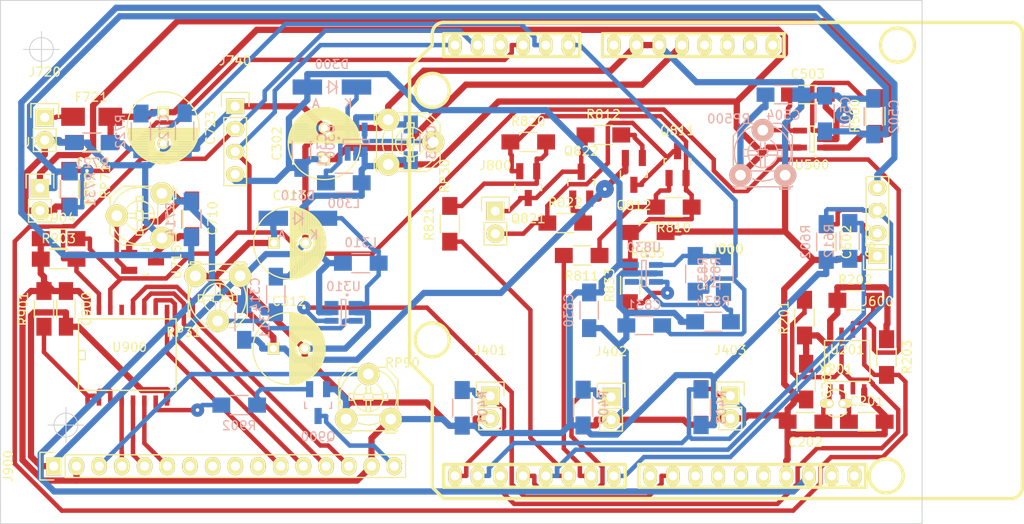
<source format=kicad_pcb>
(kicad_pcb (version 4) (host pcbnew 4.0.2-stable)
  (layers (0 F.Cu signal) (31 B.Cu signal) (34 B.Paste user) (35 F.Paste user) (36 B.SilkS user) (37 F.SilkS user) (38 B.Mask user) (39 F.Mask user) (44 Edge.Cuts user))
  (net 0 "")
  (net 1 "Net-(C201-Pad1)")
  (net 2 GND)
  (net 3 "Net-(C202-Pad1)")
  (net 4 V_rtc)
  (net 5 VCC)
  (net 6 V_bat)
  (net 7 +12V)
  (net 8 BP1)
  (net 9 BP2)
  (net 10 BP3)
  (net 11 V_sol)
  (net 12 "Net-(C503-Pad1)")
  (net 13 quadA)
  (net 14 V_ref)
  (net 15 M_bat)
  (net 16 M_imot)
  (net 17 "Net-(D300-Pad1)")
  (net 18 "Net-(D310-Pad1)")
  (net 19 "Net-(F721-Pad1)")
  (net 20 M_sol)
  (net 21 SDA)
  (net 22 SCL)
  (net 23 alarm)
  (net 24 quadB)
  (net 25 C_bkw)
  (net 26 C_frw)
  (net 27 buzz)
  (net 28 mot_A)
  (net 29 mot_B)
  (net 30 "Net-(J900-Pad3)")
  (net 31 "Net-(J900-Pad4)")
  (net 32 "Net-(J900-Pad5)")
  (net 33 "Net-(J900-Pad6)")
  (net 34 "Net-(J900-Pad11)")
  (net 35 "Net-(J900-Pad12)")
  (net 36 "Net-(J900-Pad13)")
  (net 37 "Net-(J900-Pad14)")
  (net 38 "Net-(J900-Pad16)")
  (net 39 "Net-(Q811-Pad1)")
  (net 40 "Net-(Q811-Pad2)")
  (net 41 "Net-(Q812-Pad1)")
  (net 42 "Net-(Q821-Pad1)")
  (net 43 "Net-(Q822-Pad1)")
  (net 44 "Net-(Q900-Pad1)")
  (net 45 "Net-(R500-Pad2)")
  (net 46 "Net-(R831-Pad2)")
  (net 47 "Net-(R832-Pad2)")
  (net 48 "Net-(R833-Pad1)")
  (net 49 "Net-(R901-Pad1)")
  (net 50 "Net-(R902-Pad1)")
  (net 51 "Net-(RP30-Pad2)")
  (net 52 "Net-(RP31-Pad2)")
  (net 53 "Net-(RP71-Pad2)")
  (module w_conn_misc:arduino_header (layer F.Cu) (at 180.64 120.09 180)
    (fp_text reference J000 (at 0 1.27 180) (layer F.SilkS) (effects (font (size 1.016 1.016) (thickness 0.2032))))
    (fp_text value Arduino_Header hide)
    (pad 1 thru_hole oval (at -5.08 24.13 180) (size 1.524 2.19964) (drill 1.00076) (layers *.Cu *.Mask F.SilkS))
    (pad 2 thru_hole oval (at -2.54 24.13 180) (size 1.524 2.19964) (drill 1.00076) (layers *.Cu *.Mask F.SilkS))
    (pad 3 thru_hole oval (at 0 24.13 180) (size 1.524 2.19964) (drill 1.00076) (layers *.Cu *.Mask F.SilkS))
    (pad 4 thru_hole oval (at 2.54 24.13 180) (size 1.524 2.19964) (drill 1.00076) (layers *.Cu *.Mask F.SilkS))
    (pad 5 thru_hole oval (at 5.08 24.13 180) (size 1.524 2.19964) (drill 1.00076) (layers *.Cu *.Mask F.SilkS) (net 5 VCC))
    (pad 6 thru_hole oval (at 7.62 24.13 180) (size 1.524 2.19964) (drill 1.00076) (layers *.Cu *.Mask F.SilkS) (net 2 GND))
    (pad 7 thru_hole oval (at 10.16 24.13 180) (size 1.524 2.19964) (drill 1.00076) (layers *.Cu *.Mask F.SilkS) (net 2 GND))
    (pad 8 thru_hole oval (at 12.7 24.13 180) (size 1.524 2.19964) (drill 1.00076) (layers *.Cu *.Mask F.SilkS))
    (pad 9 thru_hole oval (at 17.78 24.13 180) (size 1.524 2.19964) (drill 1.00076) (layers *.Cu *.Mask F.SilkS) (net 16 M_imot))
    (pad 10 thru_hole oval (at 20.32 24.13 180) (size 1.524 2.19964) (drill 1.00076) (layers *.Cu *.Mask F.SilkS) (net 15 M_bat))
    (pad 11 thru_hole oval (at 22.86 24.13 180) (size 1.524 2.19964) (drill 1.00076) (layers *.Cu *.Mask F.SilkS) (net 20 M_sol))
    (pad 12 thru_hole oval (at 25.4 24.13 180) (size 1.524 2.19964) (drill 1.00076) (layers *.Cu *.Mask F.SilkS))
    (pad 13 thru_hole oval (at 27.94 24.13 180) (size 1.524 2.19964) (drill 1.00076) (layers *.Cu *.Mask F.SilkS) (net 21 SDA))
    (pad 14 thru_hole oval (at 30.48 24.13 180) (size 1.524 2.19964) (drill 1.00076) (layers *.Cu *.Mask F.SilkS) (net 22 SCL))
    (pad "" np_thru_hole circle (at -19.05 24.13 180) (size 3.19786 3.19786) (drill 3.19786) (layers *.Cu *.Mask F.SilkS))
    (pad "" np_thru_hole circle (at 33.02 19.05 180) (size 3.19786 3.19786) (drill 3.19786) (layers *.Cu *.Mask F.SilkS))
    (pad 15 thru_hole oval (at 30.48 -24.13 180) (size 1.524 2.1971) (drill 0.99822) (layers *.Cu *.Mask F.SilkS) (net 8 BP1))
    (pad 16 thru_hole oval (at 27.94 -24.13 180) (size 1.524 2.1971) (drill 0.99822) (layers *.Cu *.Mask F.SilkS) (net 10 BP3))
    (pad 17 thru_hole oval (at 25.4 -24.13 180) (size 1.524 2.1971) (drill 0.99822) (layers *.Cu *.Mask F.SilkS) (net 23 alarm))
    (pad 18 thru_hole oval (at 22.86 -24.13 180) (size 1.524 2.1971) (drill 0.99822) (layers *.Cu *.Mask F.SilkS) (net 9 BP2))
    (pad 19 thru_hole oval (at 20.32 -24.13 180) (size 1.524 2.1971) (drill 0.99822) (layers *.Cu *.Mask F.SilkS) (net 24 quadB))
    (pad 20 thru_hole oval (at 17.78 -24.13 180) (size 1.524 2.1971) (drill 0.99822) (layers *.Cu *.Mask F.SilkS) (net 25 C_bkw))
    (pad 21 thru_hole oval (at 15.24 -24.13 180) (size 1.524 2.1971) (drill 0.99822) (layers *.Cu *.Mask F.SilkS) (net 26 C_frw))
    (pad 22 thru_hole oval (at 12.7 -24.13 180) (size 1.524 2.1971) (drill 0.99822) (layers *.Cu *.Mask F.SilkS) (net 13 quadA))
    (pad 23 thru_hole oval (at 8.636 -24.13 180) (size 1.524 2.1971) (drill 0.99822) (layers *.Cu *.Mask F.SilkS))
    (pad 24 thru_hole oval (at 6.096 -24.13 180) (size 1.524 2.1971) (drill 0.99822) (layers *.Cu *.Mask F.SilkS) (net 27 buzz))
    (pad 25 thru_hole oval (at 3.556 -24.13 180) (size 1.524 2.1971) (drill 0.99822) (layers *.Cu *.Mask F.SilkS))
    (pad 26 thru_hole oval (at 1.016 -24.13 180) (size 1.524 2.1971) (drill 0.99822) (layers *.Cu *.Mask F.SilkS))
    (pad 27 thru_hole oval (at -1.524 -24.13 180) (size 1.524 2.1971) (drill 0.99822) (layers *.Cu *.Mask F.SilkS))
    (pad 28 thru_hole oval (at -4.064 -24.13 180) (size 1.524 2.1971) (drill 0.99822) (layers *.Cu *.Mask F.SilkS))
    (pad 29 thru_hole oval (at -6.604 -24.13 180) (size 1.524 2.1971) (drill 0.99822) (layers *.Cu *.Mask F.SilkS) (net 2 GND))
    (pad 30 thru_hole oval (at -9.14146 -24.13 180) (size 1.524 2.1971) (drill 0.99822) (layers *.Cu *.Mask F.SilkS) (net 14 V_ref))
    (pad "" np_thru_hole circle (at -17.78 -24.13 180) (size 3.19786 3.19786) (drill 3.19786) (layers *.Cu *.Mask F.SilkS))
    (pad 31 thru_hole oval (at -11.684 -24.13 180) (size 1.524 2.1971) (drill 0.99822) (layers *.Cu *.Mask F.SilkS))
    (pad 32 thru_hole oval (at -14.224 -24.13 180) (size 1.524 2.1971) (drill 0.99822) (layers *.Cu *.Mask F.SilkS))
    (pad "" np_thru_hole circle (at 33.02 -8.89 180) (size 3.19786 3.19786) (drill 3.19786) (layers *.Cu *.Mask F.SilkS))
  )
  (module Capacitors_SMD:C_1206_HandSoldering (layer F.Cu) (at 196.25 138.15)
    (fp_text reference C201 (at 0 -2.3) (layer F.SilkS))
    (fp_text value 10p)
    (pad 1 smd rect (at -2 0) (size 2 1.6) (layers F.Cu F.Paste F.Mask) (net 1 "Net-(C201-Pad1)"))
    (pad 2 smd rect (at 2 0) (size 2 1.6) (layers F.Cu F.Paste F.Mask) (net 2 GND))
  )
  (module Capacitors_SMD:C_1206_HandSoldering (layer F.Cu) (at 189.39 138.15 180)
    (fp_text reference C202 (at 0 -2.3 180) (layer F.SilkS))
    (fp_text value 10p)
    (pad 1 smd rect (at -2 0 180) (size 2 1.6) (layers F.Cu F.Paste F.Mask) (net 3 "Net-(C202-Pad1)"))
    (pad 2 smd rect (at 2 0 180) (size 2 1.6) (layers F.Cu F.Paste F.Mask) (net 2 GND))
  )
  (module Capacitors_SMD:C_1206_HandSoldering (layer F.Cu) (at 189.46 133.66 270)
    (fp_text reference C203 (at 0 -2.3 270) (layer F.SilkS))
    (fp_text value 10n)
    (pad 1 smd rect (at -2 0 270) (size 2 1.6) (layers F.Cu F.Paste F.Mask) (net 4 V_rtc))
    (pad 2 smd rect (at 2 0 270) (size 2 1.6) (layers F.Cu F.Paste F.Mask) (net 2 GND))
  )
  (module Capacitors_SMD:C_1206_HandSoldering (layer B.Cu) (at 132.98 107.72 90)
    (fp_text reference C301 (at 0 2.3 90) (layer B.SilkS) (effects (justify mirror)))
    (fp_text value 10uF)
    (pad 1 smd rect (at -2 0 90) (size 2 1.6) (layers B.Cu B.Paste B.Mask) (net 5 VCC))
    (pad 2 smd rect (at 2 0 90) (size 2 1.6) (layers B.Cu B.Paste B.Mask) (net 2 GND))
  )
  (module Capacitors_ThroughHole:C_Radial_D8_L11.5_P3.5 (layer F.Cu) (at 135.54 108.74 90)
    (fp_text reference C302 (at 1.75 -5.3 90) (layer F.SilkS))
    (fp_text value 470uF)
    (pad 2 thru_hole circle (at 3.5 0 90) (size 1.3 1.3) (drill 0.8) (layers *.Cu *.Mask F.SilkS) (net 2 GND))
    (pad 1 thru_hole rect (at 0 0 90) (size 1.3 1.3) (drill 0.8) (layers *.Cu *.Mask F.SilkS) (net 5 VCC))
  )
  (module Capacitors_SMD:C_1206_HandSoldering (layer B.Cu) (at 145.21 106.85 90)
    (fp_text reference C303 (at 0 2.3 90) (layer B.SilkS) (effects (justify mirror)))
    (fp_text value 10uF)
    (pad 1 smd rect (at -2 0 90) (size 2 1.6) (layers B.Cu B.Paste B.Mask) (net 6 V_bat))
    (pad 2 smd rect (at 2 0 90) (size 2 1.6) (layers B.Cu B.Paste B.Mask) (net 2 GND))
  )
  (module Capacitors_SMD:C_1206_HandSoldering (layer B.Cu) (at 126.57 126.98 90)
    (fp_text reference C311 (at 0 2.3 90) (layer B.SilkS) (effects (justify mirror)))
    (fp_text value 10uF)
    (pad 1 smd rect (at -2 0 90) (size 2 1.6) (layers B.Cu B.Paste B.Mask) (net 7 +12V))
    (pad 2 smd rect (at 2 0 90) (size 2 1.6) (layers B.Cu B.Paste B.Mask) (net 2 GND))
  )
  (module Capacitors_ThroughHole:C_Radial_D8_L11.5_P3.5 (layer F.Cu) (at 129.84 129.96)
    (fp_text reference C312 (at 1.75 -5.3) (layer F.SilkS))
    (fp_text value 470uF)
    (pad 2 thru_hole circle (at 3.5 0) (size 1.3 1.3) (drill 0.8) (layers *.Cu *.Mask F.SilkS) (net 2 GND))
    (pad 1 thru_hole rect (at 0 0) (size 1.3 1.3) (drill 0.8) (layers *.Cu *.Mask F.SilkS) (net 7 +12V))
  )
  (module Capacitors_ThroughHole:C_Radial_D8_L11.5_P3.5 (layer F.Cu) (at 129.92 118.13)
    (fp_text reference C313 (at 1.75 -5.3) (layer F.SilkS))
    (fp_text value 470uF)
    (pad 2 thru_hole circle (at 3.5 0) (size 1.3 1.3) (drill 0.8) (layers *.Cu *.Mask F.SilkS) (net 2 GND))
    (pad 1 thru_hole rect (at 0 0) (size 1.3 1.3) (drill 0.8) (layers *.Cu *.Mask F.SilkS) (net 7 +12V))
  )
  (module Capacitors_SMD:C_1206_HandSoldering (layer B.Cu) (at 130.11 123.9 270)
    (fp_text reference C314 (at 0 2.3 270) (layer B.SilkS) (effects (justify mirror)))
    (fp_text value 10uF)
    (pad 1 smd rect (at -2 0 270) (size 2 1.6) (layers B.Cu B.Paste B.Mask) (net 6 V_bat))
    (pad 2 smd rect (at 2 0 270) (size 2 1.6) (layers B.Cu B.Paste B.Mask) (net 2 GND))
  )
  (module Capacitors_SMD:C_1206_HandSoldering (layer F.Cu) (at 150.97 136.6 270)
    (fp_text reference C401 (at 0 -2.3 270) (layer F.SilkS))
    (fp_text value 10n)
    (pad 1 smd rect (at -2 0 270) (size 2 1.6) (layers F.Cu F.Paste F.Mask) (net 8 BP1))
    (pad 2 smd rect (at 2 0 270) (size 2 1.6) (layers F.Cu F.Paste F.Mask) (net 2 GND))
  )
  (module Capacitors_SMD:C_1206_HandSoldering (layer F.Cu) (at 164.5 136.57 270)
    (fp_text reference C402 (at 0 -2.3 270) (layer F.SilkS))
    (fp_text value 10n)
    (pad 1 smd rect (at -2 0 270) (size 2 1.6) (layers F.Cu F.Paste F.Mask) (net 9 BP2))
    (pad 2 smd rect (at 2 0 270) (size 2 1.6) (layers F.Cu F.Paste F.Mask) (net 2 GND))
  )
  (module Capacitors_SMD:C_1206_HandSoldering (layer F.Cu) (at 177.7 136.49 270)
    (fp_text reference C403 (at 0 -2.3 270) (layer F.SilkS))
    (fp_text value 10n)
    (pad 1 smd rect (at -2 0 270) (size 2 1.6) (layers F.Cu F.Paste F.Mask) (net 10 BP3))
    (pad 2 smd rect (at 2 0 270) (size 2 1.6) (layers F.Cu F.Paste F.Mask) (net 2 GND))
  )
  (module Capacitors_SMD:C_1206_HandSoldering (layer B.Cu) (at 191.575 103.625 90)
    (fp_text reference C501 (at 0 2.3 90) (layer B.SilkS) (effects (justify mirror)))
    (fp_text value 10uF)
    (pad 1 smd rect (at -2 0 90) (size 2 1.6) (layers B.Cu B.Paste B.Mask) (net 11 V_sol))
    (pad 2 smd rect (at 2 0 90) (size 2 1.6) (layers B.Cu B.Paste B.Mask) (net 2 GND))
  )
  (module Capacitors_SMD:C_1206_HandSoldering (layer B.Cu) (at 196.98 103.97 90)
    (fp_text reference C502 (at 0 2.3 90) (layer B.SilkS) (effects (justify mirror)))
    (fp_text value 10n)
    (pad 1 smd rect (at -2 0 90) (size 2 1.6) (layers B.Cu B.Paste B.Mask) (net 11 V_sol))
    (pad 2 smd rect (at 2 0 90) (size 2 1.6) (layers B.Cu B.Paste B.Mask) (net 2 GND))
  )
  (module Capacitors_SMD:C_1206_HandSoldering (layer F.Cu) (at 189.655 101.505)
    (fp_text reference C503 (at 0 -2.3) (layer F.SilkS))
    (fp_text value 10n)
    (pad 1 smd rect (at -2 0) (size 2 1.6) (layers F.Cu F.Paste F.Mask) (net 12 "Net-(C503-Pad1)"))
    (pad 2 smd rect (at 2 0) (size 2 1.6) (layers F.Cu F.Paste F.Mask) (net 2 GND))
  )
  (module Capacitors_SMD:C_1206_HandSoldering (layer B.Cu) (at 186.915 101.515)
    (fp_text reference C504 (at 0 2.3) (layer B.SilkS) (effects (justify mirror)))
    (fp_text value 10uF)
    (pad 1 smd rect (at -2 0) (size 2 1.6) (layers B.Cu B.Paste B.Mask) (net 6 V_bat))
    (pad 2 smd rect (at 2 0) (size 2 1.6) (layers B.Cu B.Paste B.Mask) (net 2 GND))
  )
  (module Capacitors_SMD:C_1206_HandSoldering (layer F.Cu) (at 191.69 118.03 270)
    (fp_text reference C602 (at 0 -2.3 270) (layer F.SilkS))
    (fp_text value 100nF)
    (pad 1 smd rect (at -2 0 270) (size 2 1.6) (layers F.Cu F.Paste F.Mask) (net 13 quadA))
    (pad 2 smd rect (at 2 0 270) (size 2 1.6) (layers F.Cu F.Paste F.Mask) (net 2 GND))
  )
  (module Capacitors_SMD:C_1206_HandSoldering (layer F.Cu) (at 194.38 117.91 270)
    (fp_text reference C612 (at 0 -2.3 270) (layer F.SilkS))
    (fp_text value 100nF)
    (pad 1 smd rect (at -2 0 270) (size 2 1.6) (layers F.Cu F.Paste F.Mask) (net 24 quadB))
    (pad 2 smd rect (at 2 0 270) (size 2 1.6) (layers F.Cu F.Paste F.Mask) (net 2 GND))
  )
  (module Capacitors_SMD:C_1206_HandSoldering (layer F.Cu) (at 120.735 115.365 270)
    (fp_text reference C710 (at 0 -2.3 270) (layer F.SilkS))
    (fp_text value 10n)
    (pad 1 smd rect (at -2 0 270) (size 2 1.6) (layers F.Cu F.Paste F.Mask) (net 14 V_ref))
    (pad 2 smd rect (at 2 0 270) (size 2 1.6) (layers F.Cu F.Paste F.Mask) (net 2 GND))
  )
  (module Capacitors_SMD:C_1206_HandSoldering (layer B.Cu) (at 119.9 105.58 270)
    (fp_text reference C721 (at 0 2.3 270) (layer B.SilkS) (effects (justify mirror)))
    (fp_text value 10n)
    (pad 1 smd rect (at -2 0 270) (size 2 1.6) (layers B.Cu B.Paste B.Mask) (net 15 M_bat))
    (pad 2 smd rect (at 2 0 270) (size 2 1.6) (layers B.Cu B.Paste B.Mask) (net 2 GND))
  )
  (module Capacitors_SMD:C_1206_HandSoldering (layer F.Cu) (at 109.62 106.83 180)
    (fp_text reference C722 (at 0 -2.3 180) (layer F.SilkS))
    (fp_text value 10uF)
    (pad 1 smd rect (at -2 0 180) (size 2 1.6) (layers F.Cu F.Paste F.Mask) (net 6 V_bat))
    (pad 2 smd rect (at 2 0 180) (size 2 1.6) (layers F.Cu F.Paste F.Mask) (net 2 GND))
  )
  (module Capacitors_ThroughHole:C_Radial_D8_L11.5_P3.5 (layer F.Cu) (at 117.5 103.48 270)
    (fp_text reference C723 (at 1.75 -5.3 270) (layer F.SilkS))
    (fp_text value 470uF)
    (pad 2 thru_hole circle (at 3.5 0 270) (size 1.3 1.3) (drill 0.8) (layers *.Cu *.Mask F.SilkS) (net 2 GND))
    (pad 1 thru_hole rect (at 0 0 270) (size 1.3 1.3) (drill 0.8) (layers *.Cu *.Mask F.SilkS) (net 6 V_bat))
  )
  (module Capacitors_SMD:C_1206_HandSoldering (layer B.Cu) (at 165.18 125.67 270)
    (fp_text reference C830 (at 0 2.3 270) (layer B.SilkS) (effects (justify mirror)))
    (fp_text value 100n)
    (pad 1 smd rect (at -2 0 270) (size 2 1.6) (layers B.Cu B.Paste B.Mask) (net 5 VCC))
    (pad 2 smd rect (at 2 0 270) (size 2 1.6) (layers B.Cu B.Paste B.Mask) (net 2 GND))
  )
  (module Capacitors_SMD:C_1206_HandSoldering (layer B.Cu) (at 171.34 127.37 180)
    (fp_text reference C831 (at 0 2.3 180) (layer B.SilkS) (effects (justify mirror)))
    (fp_text value 100n)
    (pad 1 smd rect (at -2 0 180) (size 2 1.6) (layers B.Cu B.Paste B.Mask) (net 16 M_imot))
    (pad 2 smd rect (at 2 0 180) (size 2 1.6) (layers B.Cu B.Paste B.Mask) (net 2 GND))
  )
  (module Capacitors_SMD:C_1206_HandSoldering (layer F.Cu) (at 106.62 125.51 270)
    (fp_text reference C900 (at 0 -2.3 270) (layer F.SilkS))
    (fp_text value 100nF)
    (pad 1 smd rect (at -2 0 270) (size 2 1.6) (layers F.Cu F.Paste F.Mask) (net 5 VCC))
    (pad 2 smd rect (at 2 0 270) (size 2 1.6) (layers F.Cu F.Paste F.Mask) (net 2 GND))
  )
  (module Diodes_SMD:MiniMELF_Handsoldering (layer B.Cu) (at 136.388 100.662 180)
    (fp_text reference D300 (at 0 2.54 180) (layer B.SilkS) (effects (justify mirror)))
    (fp_text value SCHOTTKY)
    (fp_text user K (at -1.8 -1.85 180) (layer B.SilkS) (effects (justify mirror)))
    (fp_text user A (at 1.8 -1.85 180) (layer B.SilkS) (effects (justify mirror)))
    (pad 1 smd rect (at -2.75082 0 180) (size 3.29946 1.69926) (layers B.Cu B.Paste B.Mask) (net 17 "Net-(D300-Pad1)"))
    (pad 2 smd rect (at 2.75082 0 180) (size 3.29946 1.69926) (layers B.Cu B.Paste B.Mask) (net 5 VCC))
  )
  (module Diodes_SMD:MiniMELF_Handsoldering (layer B.Cu) (at 132.58 115.36 180)
    (fp_text reference D310 (at 0 2.54 180) (layer B.SilkS) (effects (justify mirror)))
    (fp_text value SCHOTTKY)
    (fp_text user K (at -1.8 -1.85 180) (layer B.SilkS) (effects (justify mirror)))
    (fp_text user A (at 1.8 -1.85 180) (layer B.SilkS) (effects (justify mirror)))
    (pad 1 smd rect (at -2.75082 0 180) (size 3.29946 1.69926) (layers B.Cu B.Paste B.Mask) (net 18 "Net-(D310-Pad1)"))
    (pad 2 smd rect (at 2.75082 0 180) (size 3.29946 1.69926) (layers B.Cu B.Paste B.Mask) (net 7 +12V))
  )
  (module Fuse_Holders_and_Fuses:Fuse_SMD1206_HandSoldering (layer F.Cu) (at 109.5 103.99)
    (fp_text reference F721 (at -0.0508 -2.19964) (layer F.SilkS))
    (fp_text value 5A)
    (pad 1 smd rect (at -2.08534 0 90) (size 2.02946 2.65176) (layers F.Cu F.Paste F.Mask) (net 19 "Net-(F721-Pad1)"))
    (pad 2 smd rect (at 2.08534 0 90) (size 2.02946 2.65176) (layers F.Cu F.Paste F.Mask) (net 6 V_bat))
  )
  (module Pin_Headers:Pin_Header_Straight_1x02 (layer F.Cu) (at 154.1 135.26)
    (fp_text reference J401 (at 0 -5.1) (layer F.SilkS))
    (fp_text value HEADER_2)
    (pad 1 thru_hole rect (at 0 0) (size 2.032 2.032) (drill 1.016) (layers *.Cu *.Mask F.SilkS) (net 8 BP1))
    (pad 2 thru_hole oval (at 0 2.54) (size 2.032 2.032) (drill 1.016) (layers *.Cu *.Mask F.SilkS) (net 2 GND))
  )
  (module Pin_Headers:Pin_Header_Straight_1x02 (layer F.Cu) (at 167.63 135.39)
    (fp_text reference J402 (at 0 -5.1) (layer F.SilkS))
    (fp_text value HEADER_2)
    (pad 1 thru_hole rect (at 0 0) (size 2.032 2.032) (drill 1.016) (layers *.Cu *.Mask F.SilkS) (net 9 BP2))
    (pad 2 thru_hole oval (at 0 2.54) (size 2.032 2.032) (drill 1.016) (layers *.Cu *.Mask F.SilkS) (net 2 GND))
  )
  (module Pin_Headers:Pin_Header_Straight_1x02 (layer F.Cu) (at 180.98 135.25)
    (fp_text reference J403 (at 0 -5.1) (layer F.SilkS))
    (fp_text value HEADER_2)
    (pad 1 thru_hole rect (at 0 0) (size 2.032 2.032) (drill 1.016) (layers *.Cu *.Mask F.SilkS) (net 10 BP3))
    (pad 2 thru_hole oval (at 0 2.54) (size 2.032 2.032) (drill 1.016) (layers *.Cu *.Mask F.SilkS) (net 2 GND))
  )
  (module Pin_Headers:Pin_Header_Straight_1x04 (layer F.Cu) (at 197.44 119.58 180)
    (fp_text reference J600 (at 0 -5.1 180) (layer F.SilkS))
    (fp_text value HEADER_4)
    (pad 1 thru_hole rect (at 0 0 180) (size 2.032 1.7272) (drill 1.016) (layers *.Cu *.Mask F.SilkS) (net 2 GND))
    (pad 2 thru_hole oval (at 0 2.54 180) (size 2.032 1.7272) (drill 1.016) (layers *.Cu *.Mask F.SilkS) (net 24 quadB))
    (pad 3 thru_hole oval (at 0 5.08 180) (size 2.032 1.7272) (drill 1.016) (layers *.Cu *.Mask F.SilkS) (net 13 quadA))
    (pad 4 thru_hole oval (at 0 7.62 180) (size 2.032 1.7272) (drill 1.016) (layers *.Cu *.Mask F.SilkS) (net 7 +12V))
  )
  (module Pin_Headers:Pin_Header_Straight_1x02 (layer F.Cu) (at 104.25 104.07)
    (fp_text reference J720 (at 0 -5.1) (layer F.SilkS))
    (fp_text value HEADER_2)
    (pad 1 thru_hole rect (at 0 0) (size 2.032 2.032) (drill 1.016) (layers *.Cu *.Mask F.SilkS) (net 19 "Net-(F721-Pad1)"))
    (pad 2 thru_hole oval (at 0 2.54) (size 2.032 2.032) (drill 1.016) (layers *.Cu *.Mask F.SilkS) (net 2 GND))
  )
  (module Pin_Headers:Pin_Header_Straight_1x02 (layer F.Cu) (at 103.71 111.97)
    (fp_text reference J730 (at 0 -5.1) (layer F.SilkS))
    (fp_text value HEADER_2)
    (pad 1 thru_hole rect (at 0 0) (size 2.032 2.032) (drill 1.016) (layers *.Cu *.Mask F.SilkS) (net 11 V_sol))
    (pad 2 thru_hole oval (at 0 2.54) (size 2.032 2.032) (drill 1.016) (layers *.Cu *.Mask F.SilkS) (net 2 GND))
  )
  (module Pin_Headers:Pin_Header_Straight_1x04 (layer F.Cu) (at 125.56 102.82)
    (fp_text reference J740 (at 0 -5.1) (layer F.SilkS))
    (fp_text value HEADER_4)
    (pad 1 thru_hole rect (at 0 0) (size 2.032 1.7272) (drill 1.016) (layers *.Cu *.Mask F.SilkS) (net 2 GND))
    (pad 2 thru_hole oval (at 0 2.54) (size 2.032 1.7272) (drill 1.016) (layers *.Cu *.Mask F.SilkS) (net 21 SDA))
    (pad 3 thru_hole oval (at 0 5.08) (size 2.032 1.7272) (drill 1.016) (layers *.Cu *.Mask F.SilkS) (net 22 SCL))
    (pad 4 thru_hole oval (at 0 7.62) (size 2.032 1.7272) (drill 1.016) (layers *.Cu *.Mask F.SilkS) (net 5 VCC))
  )
  (module Pin_Headers:Pin_Header_Straight_1x02 (layer F.Cu) (at 154.68 114.55)
    (fp_text reference J800 (at 0 -5.1) (layer F.SilkS))
    (fp_text value HEADER_2)
    (pad 1 thru_hole rect (at 0 0) (size 2.032 2.032) (drill 1.016) (layers *.Cu *.Mask F.SilkS) (net 28 mot_A))
    (pad 2 thru_hole oval (at 0 2.54) (size 2.032 2.032) (drill 1.016) (layers *.Cu *.Mask F.SilkS) (net 29 mot_B))
  )
  (module Pin_Headers:Pin_Header_Straight_1x16 (layer F.Cu) (at 105.26 143.13 90)
    (fp_text reference J900 (at 0 -5.1 90) (layer F.SilkS))
    (fp_text value HEADER_16)
    (pad 1 thru_hole rect (at 0 0 90) (size 2.032 1.7272) (drill 1.016) (layers *.Cu *.Mask F.SilkS) (net 2 GND))
    (pad 2 thru_hole oval (at 0 2.54 90) (size 2.032 1.7272) (drill 1.016) (layers *.Cu *.Mask F.SilkS) (net 5 VCC))
    (pad 3 thru_hole oval (at 0 5.08 90) (size 2.032 1.7272) (drill 1.016) (layers *.Cu *.Mask F.SilkS) (net 30 "Net-(J900-Pad3)"))
    (pad 4 thru_hole oval (at 0 7.62 90) (size 2.032 1.7272) (drill 1.016) (layers *.Cu *.Mask F.SilkS) (net 31 "Net-(J900-Pad4)"))
    (pad 5 thru_hole oval (at 0 10.16 90) (size 2.032 1.7272) (drill 1.016) (layers *.Cu *.Mask F.SilkS) (net 32 "Net-(J900-Pad5)"))
    (pad 6 thru_hole oval (at 0 12.7 90) (size 2.032 1.7272) (drill 1.016) (layers *.Cu *.Mask F.SilkS) (net 33 "Net-(J900-Pad6)"))
    (pad 7 thru_hole oval (at 0 15.24 90) (size 2.032 1.7272) (drill 1.016) (layers *.Cu *.Mask F.SilkS))
    (pad 8 thru_hole oval (at 0 17.78 90) (size 2.032 1.7272) (drill 1.016) (layers *.Cu *.Mask F.SilkS))
    (pad 9 thru_hole oval (at 0 20.32 90) (size 2.032 1.7272) (drill 1.016) (layers *.Cu *.Mask F.SilkS))
    (pad 10 thru_hole oval (at 0 22.86 90) (size 2.032 1.7272) (drill 1.016) (layers *.Cu *.Mask F.SilkS))
    (pad 11 thru_hole oval (at 0 25.4 90) (size 2.032 1.7272) (drill 1.016) (layers *.Cu *.Mask F.SilkS) (net 34 "Net-(J900-Pad11)"))
    (pad 12 thru_hole oval (at 0 27.94 90) (size 2.032 1.7272) (drill 1.016) (layers *.Cu *.Mask F.SilkS) (net 35 "Net-(J900-Pad12)"))
    (pad 13 thru_hole oval (at 0 30.48 90) (size 2.032 1.7272) (drill 1.016) (layers *.Cu *.Mask F.SilkS) (net 36 "Net-(J900-Pad13)"))
    (pad 14 thru_hole oval (at 0 33.02 90) (size 2.032 1.7272) (drill 1.016) (layers *.Cu *.Mask F.SilkS) (net 37 "Net-(J900-Pad14)"))
    (pad 15 thru_hole oval (at 0 35.56 90) (size 2.032 1.7272) (drill 1.016) (layers *.Cu *.Mask F.SilkS) (net 5 VCC))
    (pad 16 thru_hole oval (at 0 38.1 90) (size 2.032 1.7272) (drill 1.016) (layers *.Cu *.Mask F.SilkS) (net 38 "Net-(J900-Pad16)"))
  )
  (module Resistors_SMD:R_1206_HandSoldering (layer B.Cu) (at 137.72 111.39)
    (fp_text reference L300 (at 0 2.3) (layer B.SilkS) (effects (justify mirror)))
    (fp_text value INDUCTOR)
    (pad 1 smd rect (at -2 0) (size 2 1.7) (layers B.Cu B.Paste B.Mask) (net 17 "Net-(D300-Pad1)"))
    (pad 2 smd rect (at 2 0) (size 2 1.7) (layers B.Cu B.Paste B.Mask) (net 6 V_bat))
  )
  (module Resistors_SMD:R_1206_HandSoldering (layer B.Cu) (at 139.62 120.39 180)
    (fp_text reference L310 (at 0 2.3 180) (layer B.SilkS) (effects (justify mirror)))
    (fp_text value INDUCTOR)
    (pad 1 smd rect (at -2 0 180) (size 2 1.7) (layers B.Cu B.Paste B.Mask) (net 18 "Net-(D310-Pad1)"))
    (pad 2 smd rect (at 2 0 180) (size 2 1.7) (layers B.Cu B.Paste B.Mask) (net 6 V_bat))
  )
  (module TO_SOT_Packages_SMD:SOT-23_Handsoldering (layer F.Cu) (at 175.07 109.35)
    (fp_text reference Q811 (at 0 -3.81) (layer F.SilkS))
    (fp_text value PBSS4320)
    (pad 1 smd rect (at -0.95 1.50114) (size 0.8001 1.80086) (layers F.Cu F.Paste F.Mask) (net 39 "Net-(Q811-Pad1)"))
    (pad 2 smd rect (at 0.95 1.50114) (size 0.8001 1.80086) (layers F.Cu F.Paste F.Mask) (net 40 "Net-(Q811-Pad2)"))
    (pad 3 smd rect (at 0 -1.50114) (size 0.8001 1.80086) (layers F.Cu F.Paste F.Mask) (net 29 mot_B))
  )
  (module TO_SOT_Packages_SMD:SOT-23_Handsoldering (layer F.Cu) (at 170.18 110.11 180)
    (fp_text reference Q812 (at 0 -3.81 180) (layer F.SilkS))
    (fp_text value PBSS5350)
    (pad 1 smd rect (at -0.95 1.50114 180) (size 0.8001 1.80086) (layers F.Cu F.Paste F.Mask) (net 41 "Net-(Q812-Pad1)"))
    (pad 2 smd rect (at 0.95 1.50114 180) (size 0.8001 1.80086) (layers F.Cu F.Paste F.Mask) (net 7 +12V))
    (pad 3 smd rect (at 0 -1.50114 180) (size 0.8001 1.80086) (layers F.Cu F.Paste F.Mask) (net 29 mot_B))
  )
  (module TO_SOT_Packages_SMD:SOT-23_Handsoldering (layer F.Cu) (at 158.36 111.59 180)
    (fp_text reference Q821 (at 0 -3.81 180) (layer F.SilkS))
    (fp_text value PBSS4320)
    (pad 1 smd rect (at -0.95 1.50114 180) (size 0.8001 1.80086) (layers F.Cu F.Paste F.Mask) (net 42 "Net-(Q821-Pad1)"))
    (pad 2 smd rect (at 0.95 1.50114 180) (size 0.8001 1.80086) (layers F.Cu F.Paste F.Mask) (net 40 "Net-(Q811-Pad2)"))
    (pad 3 smd rect (at 0 -1.50114 180) (size 0.8001 1.80086) (layers F.Cu F.Paste F.Mask) (net 28 mot_A))
  )
  (module TO_SOT_Packages_SMD:SOT-23_Handsoldering (layer F.Cu) (at 164.29 111.65)
    (fp_text reference Q822 (at 0 -3.81) (layer F.SilkS))
    (fp_text value PBSS5350)
    (pad 1 smd rect (at -0.95 1.50114) (size 0.8001 1.80086) (layers F.Cu F.Paste F.Mask) (net 43 "Net-(Q822-Pad1)"))
    (pad 2 smd rect (at 0.95 1.50114) (size 0.8001 1.80086) (layers F.Cu F.Paste F.Mask) (net 7 +12V))
    (pad 3 smd rect (at 0 -1.50114) (size 0.8001 1.80086) (layers F.Cu F.Paste F.Mask) (net 28 mot_A))
  )
  (module TO_SOT_Packages_SMD:SOT-23_Handsoldering (layer B.Cu) (at 134.84 136.01)
    (fp_text reference Q900 (at 0 3.81) (layer B.SilkS) (effects (justify mirror)))
    (fp_text value PBSS4320)
    (pad 1 smd rect (at -0.95 -1.50114) (size 0.8001 1.80086) (layers B.Cu B.Paste B.Mask) (net 44 "Net-(Q900-Pad1)"))
    (pad 2 smd rect (at 0.95 -1.50114) (size 0.8001 1.80086) (layers B.Cu B.Paste B.Mask) (net 2 GND))
    (pad 3 smd rect (at 0 1.50114) (size 0.8001 1.80086) (layers B.Cu B.Paste B.Mask) (net 38 "Net-(J900-Pad16)"))
  )
  (module Resistors_SMD:R_1206_HandSoldering (layer F.Cu) (at 189.28 126.49 90)
    (fp_text reference R201 (at 0 -2.3 90) (layer F.SilkS))
    (fp_text value 10k)
    (pad 1 smd rect (at -2 0 90) (size 2 1.7) (layers F.Cu F.Paste F.Mask) (net 4 V_rtc))
    (pad 2 smd rect (at 2 0 90) (size 2 1.7) (layers F.Cu F.Paste F.Mask) (net 23 alarm))
  )
  (module Resistors_SMD:R_1206_HandSoldering (layer F.Cu) (at 194.96 124.55)
    (fp_text reference R202 (at 0 -2.3) (layer F.SilkS))
    (fp_text value 2.2k)
    (pad 1 smd rect (at -2 0) (size 2 1.7) (layers F.Cu F.Paste F.Mask) (net 4 V_rtc))
    (pad 2 smd rect (at 2 0) (size 2 1.7) (layers F.Cu F.Paste F.Mask) (net 22 SCL))
  )
  (module Resistors_SMD:R_1206_HandSoldering (layer F.Cu) (at 198.46 130.91 270)
    (fp_text reference R203 (at 0 -2.3 270) (layer F.SilkS))
    (fp_text value 2.2k)
    (pad 1 smd rect (at -2 0 270) (size 2 1.7) (layers F.Cu F.Paste F.Mask) (net 4 V_rtc))
    (pad 2 smd rect (at 2 0 270) (size 2 1.7) (layers F.Cu F.Paste F.Mask) (net 21 SDA))
  )
  (module Resistors_SMD:R_1206_HandSoldering (layer B.Cu) (at 150.97 136.6 90)
    (fp_text reference R401 (at 0 2.3 90) (layer B.SilkS) (effects (justify mirror)))
    (fp_text value 10k)
    (pad 1 smd rect (at -2 0 90) (size 2 1.7) (layers B.Cu B.Paste B.Mask) (net 5 VCC))
    (pad 2 smd rect (at 2 0 90) (size 2 1.7) (layers B.Cu B.Paste B.Mask) (net 8 BP1))
  )
  (module Resistors_SMD:R_1206_HandSoldering (layer B.Cu) (at 164.5 136.57 90)
    (fp_text reference R402 (at 0 2.3 90) (layer B.SilkS) (effects (justify mirror)))
    (fp_text value 10k)
    (pad 1 smd rect (at -2 0 90) (size 2 1.7) (layers B.Cu B.Paste B.Mask) (net 5 VCC))
    (pad 2 smd rect (at 2 0 90) (size 2 1.7) (layers B.Cu B.Paste B.Mask) (net 9 BP2))
  )
  (module Resistors_SMD:R_1206_HandSoldering (layer B.Cu) (at 177.7 136.54 90)
    (fp_text reference R403 (at 0 2.3 90) (layer B.SilkS) (effects (justify mirror)))
    (fp_text value 10k)
    (pad 1 smd rect (at -2 0 90) (size 2 1.7) (layers B.Cu B.Paste B.Mask) (net 5 VCC))
    (pad 2 smd rect (at 2 0 90) (size 2 1.7) (layers B.Cu B.Paste B.Mask) (net 10 BP3))
  )
  (module Resistors_SMD:R_1206_HandSoldering (layer F.Cu) (at 197.21 103.9 90)
    (fp_text reference R500 (at 0 -2.3 90) (layer F.SilkS))
    (fp_text value 10k)
    (pad 1 smd rect (at -2 0 90) (size 2 1.7) (layers F.Cu F.Paste F.Mask) (net 11 V_sol))
    (pad 2 smd rect (at 2 0 90) (size 2 1.7) (layers F.Cu F.Paste F.Mask) (net 45 "Net-(R500-Pad2)"))
  )
  (module Resistors_SMD:R_1206_HandSoldering (layer B.Cu) (at 191.71 118 270)
    (fp_text reference R602 (at 0 2.3 270) (layer B.SilkS) (effects (justify mirror)))
    (fp_text value 4k7)
    (pad 1 smd rect (at -2 0 270) (size 2 1.7) (layers B.Cu B.Paste B.Mask) (net 13 quadA))
    (pad 2 smd rect (at 2 0 270) (size 2 1.7) (layers B.Cu B.Paste B.Mask) (net 5 VCC))
  )
  (module Resistors_SMD:R_1206_HandSoldering (layer B.Cu) (at 194.34 117.89 270)
    (fp_text reference R612 (at 0 2.3 270) (layer B.SilkS) (effects (justify mirror)))
    (fp_text value 4k7)
    (pad 1 smd rect (at -2 0 270) (size 2 1.7) (layers B.Cu B.Paste B.Mask) (net 24 quadB))
    (pad 2 smd rect (at 2 0 270) (size 2 1.7) (layers B.Cu B.Paste B.Mask) (net 5 VCC))
  )
  (module Resistors_SMD:R_1206_HandSoldering (layer B.Cu) (at 120.645 115.485 270)
    (fp_text reference R714 (at 0 2.3 270) (layer B.SilkS) (effects (justify mirror)))
    (fp_text value 10k)
    (pad 1 smd rect (at -2 0 270) (size 2 1.7) (layers B.Cu B.Paste B.Mask) (net 14 V_ref))
    (pad 2 smd rect (at 2 0 270) (size 2 1.7) (layers B.Cu B.Paste B.Mask) (net 7 +12V))
  )
  (module Resistors_SMD:R_1206_HandSoldering (layer B.Cu) (at 109.51 106.89)
    (fp_text reference R721 (at 0 2.3) (layer B.SilkS) (effects (justify mirror)))
    (fp_text value 10k)
    (pad 1 smd rect (at -2 0) (size 2 1.7) (layers B.Cu B.Paste B.Mask) (net 2 GND))
    (pad 2 smd rect (at 2 0) (size 2 1.7) (layers B.Cu B.Paste B.Mask) (net 15 M_bat))
  )
  (module Resistors_SMD:R_1206_HandSoldering (layer B.Cu) (at 115.01 105.63 270)
    (fp_text reference R722 (at 0 2.3 270) (layer B.SilkS) (effects (justify mirror)))
    (fp_text value 10k)
    (pad 1 smd rect (at -2 0 270) (size 2 1.7) (layers B.Cu B.Paste B.Mask) (net 6 V_bat))
    (pad 2 smd rect (at 2 0 270) (size 2 1.7) (layers B.Cu B.Paste B.Mask) (net 15 M_bat))
  )
  (module Resistors_SMD:R_1206_HandSoldering (layer B.Cu) (at 107.1 112.13 90)
    (fp_text reference R731 (at 0 2.3 90) (layer B.SilkS) (effects (justify mirror)))
    (fp_text value 10k)
    (pad 1 smd rect (at -2 0 90) (size 2 1.7) (layers B.Cu B.Paste B.Mask) (net 20 M_sol))
    (pad 2 smd rect (at 2 0 90) (size 2 1.7) (layers B.Cu B.Paste B.Mask) (net 11 V_sol))
  )
  (module Resistors_SMD:R_1206_HandSoldering (layer F.Cu) (at 106.95 112.05 270)
    (fp_text reference R732 (at 0 -2.3 270) (layer F.SilkS))
    (fp_text value 10k)
    (pad 1 smd rect (at -2 0 270) (size 2 1.7) (layers F.Cu F.Paste F.Mask) (net 20 M_sol))
    (pad 2 smd rect (at 2 0 270) (size 2 1.7) (layers F.Cu F.Paste F.Mask) (net 2 GND))
  )
  (module Resistors_SMD:R_1206_HandSoldering (layer F.Cu) (at 174.65 114.11 180)
    (fp_text reference R810 (at 0 -2.3 180) (layer F.SilkS))
    (fp_text value 3k3)
    (pad 1 smd rect (at -2 0 180) (size 2 1.7) (layers F.Cu F.Paste F.Mask) (net 40 "Net-(Q811-Pad2)"))
    (pad 2 smd rect (at 2 0 180) (size 2 1.7) (layers F.Cu F.Paste F.Mask) (net 39 "Net-(Q811-Pad1)"))
  )
  (module Resistors_SMD:R_1206_HandSoldering (layer F.Cu) (at 164.34 119.53 180)
    (fp_text reference R811 (at 0 -2.3 180) (layer F.SilkS))
    (fp_text value 330)
    (pad 1 smd rect (at -2 0 180) (size 2 1.7) (layers F.Cu F.Paste F.Mask) (net 39 "Net-(Q811-Pad1)"))
    (pad 2 smd rect (at 2 0 180) (size 2 1.7) (layers F.Cu F.Paste F.Mask) (net 26 C_frw))
  )
  (module Resistors_SMD:R_1206_HandSoldering (layer F.Cu) (at 166.77 106.03)
    (fp_text reference R812 (at 0 -2.3) (layer F.SilkS))
    (fp_text value 330)
    (pad 1 smd rect (at -2 0) (size 2 1.7) (layers F.Cu F.Paste F.Mask) (net 28 mot_A))
    (pad 2 smd rect (at 2 0) (size 2 1.7) (layers F.Cu F.Paste F.Mask) (net 41 "Net-(Q812-Pad1)"))
  )
  (module Resistors_SMD:R_1206_HandSoldering (layer F.Cu) (at 158.36 106.81)
    (fp_text reference R820 (at 0 -2.3) (layer F.SilkS))
    (fp_text value 3k3)
    (pad 1 smd rect (at -2 0) (size 2 1.7) (layers F.Cu F.Paste F.Mask) (net 40 "Net-(Q811-Pad2)"))
    (pad 2 smd rect (at 2 0) (size 2 1.7) (layers F.Cu F.Paste F.Mask) (net 42 "Net-(Q821-Pad1)"))
  )
  (module Resistors_SMD:R_1206_HandSoldering (layer F.Cu) (at 149.58 115.98 90)
    (fp_text reference R821 (at 0 -2.3 90) (layer F.SilkS))
    (fp_text value 330)
    (pad 1 smd rect (at -2 0 90) (size 2 1.7) (layers F.Cu F.Paste F.Mask) (net 25 C_bkw))
    (pad 2 smd rect (at 2 0 90) (size 2 1.7) (layers F.Cu F.Paste F.Mask) (net 42 "Net-(Q821-Pad1)"))
  )
  (module Resistors_SMD:R_1206_HandSoldering (layer F.Cu) (at 162.5 115.9)
    (fp_text reference R822 (at 0 -2.3) (layer F.SilkS))
    (fp_text value 330)
    (pad 1 smd rect (at -2 0) (size 2 1.7) (layers F.Cu F.Paste F.Mask) (net 29 mot_B))
    (pad 2 smd rect (at 2 0) (size 2 1.7) (layers F.Cu F.Paste F.Mask) (net 43 "Net-(Q822-Pad1)"))
  )
  (module Resistors_SMD:R_1206_HandSoldering (layer B.Cu) (at 177.05 121.58 90)
    (fp_text reference R831 (at 0 2.3 90) (layer B.SilkS) (effects (justify mirror)))
    (fp_text value 1k)
    (pad 1 smd rect (at -2 0 90) (size 2 1.7) (layers B.Cu B.Paste B.Mask) (net 16 M_imot))
    (pad 2 smd rect (at 2 0 90) (size 2 1.7) (layers B.Cu B.Paste B.Mask) (net 46 "Net-(R831-Pad2)"))
  )
  (module Resistors_SMD:R_1206_HandSoldering (layer B.Cu) (at 180.21 121.62 270)
    (fp_text reference R832 (at 0 2.3 270) (layer B.SilkS) (effects (justify mirror)))
    (fp_text value 10k)
    (pad 1 smd rect (at -2 0 270) (size 2 1.7) (layers B.Cu B.Paste B.Mask) (net 46 "Net-(R831-Pad2)"))
    (pad 2 smd rect (at 2 0 270) (size 2 1.7) (layers B.Cu B.Paste B.Mask) (net 47 "Net-(R832-Pad2)"))
  )
  (module Resistors_SMD:R_1206_HandSoldering (layer F.Cu) (at 169.77 122.87 90)
    (fp_text reference R833 (at 0 -2.3 90) (layer F.SilkS))
    (fp_text value 1k)
    (pad 1 smd rect (at -2 0 90) (size 2 1.7) (layers F.Cu F.Paste F.Mask) (net 48 "Net-(R833-Pad1)"))
    (pad 2 smd rect (at 2 0 90) (size 2 1.7) (layers F.Cu F.Paste F.Mask) (net 40 "Net-(Q811-Pad2)"))
  )
  (module Resistors_SMD:R_1206_HandSoldering (layer B.Cu) (at 179.04 126.96 180)
    (fp_text reference R834 (at 0 2.3 180) (layer B.SilkS) (effects (justify mirror)))
    (fp_text value 1k)
    (pad 1 smd rect (at -2 0 180) (size 2 1.7) (layers B.Cu B.Paste B.Mask) (net 47 "Net-(R832-Pad2)"))
    (pad 2 smd rect (at 2 0 180) (size 2 1.7) (layers B.Cu B.Paste B.Mask) (net 2 GND))
  )
  (module Resistors_SMD:R_1206_HandSoldering (layer F.Cu) (at 171.73 116.95 180)
    (fp_text reference R835 (at 0 -2.3 180) (layer F.SilkS))
    (fp_text value 0R2)
    (pad 1 smd rect (at -2 0 180) (size 2 1.7) (layers F.Cu F.Paste F.Mask) (net 2 GND))
    (pad 2 smd rect (at 2 0 180) (size 2 1.7) (layers F.Cu F.Paste F.Mask) (net 40 "Net-(Q811-Pad2)"))
  )
  (module Resistors_SMD:R_1206_HandSoldering (layer F.Cu) (at 104.16 125.51 90)
    (fp_text reference R901 (at 0 -2.3 90) (layer F.SilkS))
    (fp_text value 10k)
    (pad 1 smd rect (at -2 0 90) (size 2 1.7) (layers F.Cu F.Paste F.Mask) (net 49 "Net-(R901-Pad1)"))
    (pad 2 smd rect (at 2 0 90) (size 2 1.7) (layers F.Cu F.Paste F.Mask) (net 5 VCC))
  )
  (module Resistors_SMD:R_1206_HandSoldering (layer B.Cu) (at 126.01 136.29)
    (fp_text reference R902 (at 0 2.3) (layer B.SilkS) (effects (justify mirror)))
    (fp_text value 4.7k)
    (pad 1 smd rect (at -2 0) (size 2 1.7) (layers B.Cu B.Paste B.Mask) (net 50 "Net-(R902-Pad1)"))
    (pad 2 smd rect (at 2 0) (size 2 1.7) (layers B.Cu B.Paste B.Mask) (net 44 "Net-(Q900-Pad1)"))
  )
  (module Resistors_SMD:R_1206_HandSoldering (layer F.Cu) (at 105.8 119.94)
    (fp_text reference R903 (at 0 -2.3) (layer F.SilkS))
    (fp_text value 2.2k)
    (pad 1 smd rect (at -2 0) (size 2 1.7) (layers F.Cu F.Paste F.Mask) (net 5 VCC))
    (pad 2 smd rect (at 2 0) (size 2 1.7) (layers F.Cu F.Paste F.Mask) (net 21 SDA))
  )
  (module Resistors_SMD:R_1206_HandSoldering (layer F.Cu) (at 105.8 117.65)
    (fp_text reference R904 (at 0 -2.3) (layer F.SilkS))
    (fp_text value 2.2k)
    (pad 1 smd rect (at -2 0) (size 2 1.7) (layers F.Cu F.Paste F.Mask) (net 5 VCC))
    (pad 2 smd rect (at 2 0) (size 2 1.7) (layers F.Cu F.Paste F.Mask) (net 22 SCL))
  )
  (module Potentiometers:Potentiometer_Triwood_RM-065 (layer F.Cu) (at 142.69 104.33 270)
    (fp_text reference RP30 (at 6.30936 -6.30936 270) (layer F.SilkS))
    (fp_text value 10k)
    (pad 2 thru_hole circle (at 2.49936 -5.03936 270) (size 2.49936 2.49936) (drill 1.19888) (layers *.Cu *.Mask F.SilkS) (net 51 "Net-(RP30-Pad2)"))
    (pad 3 thru_hole circle (at 4.99872 0 270) (size 2.49936 2.49936) (drill 1.19888) (layers *.Cu *.Mask F.SilkS) (net 6 V_bat))
    (pad 1 thru_hole circle (at 0 0 270) (size 2.49936 2.49936) (drill 1.19888) (layers *.Cu *.Mask F.SilkS) (net 2 GND))
  )
  (module Potentiometers:Potentiometer_Triwood_RM-065 (layer F.Cu) (at 126.11 121.82 180)
    (fp_text reference RP31 (at 6.30936 -6.30936 180) (layer F.SilkS))
    (fp_text value 10k)
    (pad 2 thru_hole circle (at 2.49936 -5.03936 180) (size 2.49936 2.49936) (drill 1.19888) (layers *.Cu *.Mask F.SilkS) (net 52 "Net-(RP31-Pad2)"))
    (pad 3 thru_hole circle (at 4.99872 0 180) (size 2.49936 2.49936) (drill 1.19888) (layers *.Cu *.Mask F.SilkS) (net 7 +12V))
    (pad 1 thru_hole circle (at 0 0 180) (size 2.49936 2.49936) (drill 1.19888) (layers *.Cu *.Mask F.SilkS) (net 2 GND))
  )
  (module Potentiometers:Potentiometer_Triwood_RM-065 (layer F.Cu) (at 117.355 117.575 90)
    (fp_text reference RP71 (at 6.30936 -6.30936 90) (layer F.SilkS))
    (fp_text value 10k)
    (pad 2 thru_hole circle (at 2.49936 -5.03936 90) (size 2.49936 2.49936) (drill 1.19888) (layers *.Cu *.Mask F.SilkS) (net 53 "Net-(RP71-Pad2)"))
    (pad 3 thru_hole circle (at 4.99872 0 90) (size 2.49936 2.49936) (drill 1.19888) (layers *.Cu *.Mask F.SilkS) (net 14 V_ref))
    (pad 1 thru_hole circle (at 0 0 90) (size 2.49936 2.49936) (drill 1.19888) (layers *.Cu *.Mask F.SilkS) (net 2 GND))
  )
  (module Potentiometers:Potentiometer_Triwood_RM-065 (layer F.Cu) (at 137.97 137.86)
    (fp_text reference RP90 (at 6.30936 -6.30936) (layer F.SilkS))
    (fp_text value 10k)
    (pad 2 thru_hole circle (at 2.49936 -5.03936) (size 2.49936 2.49936) (drill 1.19888) (layers *.Cu *.Mask F.SilkS) (net 30 "Net-(J900-Pad3)"))
    (pad 3 thru_hole circle (at 4.99872 0) (size 2.49936 2.49936) (drill 1.19888) (layers *.Cu *.Mask F.SilkS) (net 5 VCC))
    (pad 1 thru_hole circle (at 0 0) (size 2.49936 2.49936) (drill 1.19888) (layers *.Cu *.Mask F.SilkS) (net 2 GND))
  )
  (module Potentiometers:Potentiometer_Triwood_RM-065 (layer B.Cu) (at 187.11 110.53 180)
    (fp_text reference RP500 (at 6.30936 6.30936 180) (layer B.SilkS) (effects (justify mirror)))
    (fp_text value 10k)
    (pad 2 thru_hole circle (at 2.49936 5.03936 180) (size 2.49936 2.49936) (drill 1.19888) (layers *.Cu *.Mask B.SilkS) (net 12 "Net-(C503-Pad1)"))
    (pad 3 thru_hole circle (at 4.99872 0 180) (size 2.49936 2.49936) (drill 1.19888) (layers *.Cu *.Mask B.SilkS) (net 6 V_bat))
    (pad 1 thru_hole circle (at 0 0 180) (size 2.49936 2.49936) (drill 1.19888) (layers *.Cu *.Mask B.SilkS) (net 2 GND))
  )
  (module SMD_Packages:SOIC-8-N (layer F.Cu) (at 194.06 131.35)
    (fp_text reference U201 (at 0 -1.27) (layer F.SilkS))
    (fp_text value MCP7940)
    (pad 8 smd rect (at -1.905 -3.175) (size 0.508 1.143) (layers F.Cu F.Paste F.Mask) (net 4 V_rtc))
    (pad 7 smd rect (at -0.635 -3.175) (size 0.508 1.143) (layers F.Cu F.Paste F.Mask) (net 23 alarm))
    (pad 6 smd rect (at 0.635 -3.175) (size 0.508 1.143) (layers F.Cu F.Paste F.Mask) (net 22 SCL))
    (pad 5 smd rect (at 1.905 -3.175) (size 0.508 1.143) (layers F.Cu F.Paste F.Mask) (net 21 SDA))
    (pad 4 smd rect (at 1.905 3.175) (size 0.508 1.143) (layers F.Cu F.Paste F.Mask) (net 2 GND))
    (pad 3 smd rect (at 0.635 3.175) (size 0.508 1.143) (layers F.Cu F.Paste F.Mask) (net 23 alarm))
    (pad 2 smd rect (at -0.635 3.175) (size 0.508 1.143) (layers F.Cu F.Paste F.Mask) (net 1 "Net-(C201-Pad1)"))
    (pad 1 smd rect (at -1.905 3.175) (size 0.508 1.143) (layers F.Cu F.Paste F.Mask) (net 3 "Net-(C202-Pad1)"))
  )
  (module TO_SOT_Packages_SMD:SOT-23-6_Handsoldering (layer B.Cu) (at 139.1 106.78 270)
    (fp_text reference U300 (at 0 2.9 270) (layer B.SilkS) (effects (justify mirror)))
    (fp_text value MT3608)
    (pad 1 smd rect (at -1.35 0.95 270) (size 1.56 0.65) (layers B.Cu B.Paste B.Mask) (net 17 "Net-(D300-Pad1)"))
    (pad 2 smd rect (at -1.35 0 270) (size 1.56 0.65) (layers B.Cu B.Paste B.Mask) (net 2 GND))
    (pad 3 smd rect (at -1.35 -0.95 270) (size 1.56 0.65) (layers B.Cu B.Paste B.Mask) (net 51 "Net-(RP30-Pad2)"))
    (pad 4 smd rect (at 1.35 -0.95 270) (size 1.56 0.65) (layers B.Cu B.Paste B.Mask) (net 6 V_bat))
    (pad 6 smd rect (at 1.35 0.95 270) (size 1.56 0.65) (layers B.Cu B.Paste B.Mask))
    (pad 5 smd rect (at 1.35 0 270) (size 1.56 0.65) (layers B.Cu B.Paste B.Mask) (net 6 V_bat))
  )
  (module TO_SOT_Packages_SMD:SOT-23-6_Handsoldering (layer B.Cu) (at 137.69 125.9 180)
    (fp_text reference U310 (at 0 2.9 180) (layer B.SilkS) (effects (justify mirror)))
    (fp_text value MT3608)
    (pad 1 smd rect (at -1.35 0.95 180) (size 1.56 0.65) (layers B.Cu B.Paste B.Mask) (net 18 "Net-(D310-Pad1)"))
    (pad 2 smd rect (at -1.35 0 180) (size 1.56 0.65) (layers B.Cu B.Paste B.Mask) (net 2 GND))
    (pad 3 smd rect (at -1.35 -0.95 180) (size 1.56 0.65) (layers B.Cu B.Paste B.Mask) (net 52 "Net-(RP31-Pad2)"))
    (pad 4 smd rect (at 1.35 -0.95 180) (size 1.56 0.65) (layers B.Cu B.Paste B.Mask) (net 27 buzz))
    (pad 6 smd rect (at 1.35 0.95 180) (size 1.56 0.65) (layers B.Cu B.Paste B.Mask))
    (pad 5 smd rect (at 1.35 0 180) (size 1.56 0.65) (layers B.Cu B.Paste B.Mask) (net 6 V_bat))
  )
  (module gdi:SOT-23-5_Handsoldering (layer F.Cu) (at 190.12 106.49 180)
    (fp_text reference U500 (at 0 -2.9 180) (layer F.SilkS))
    (fp_text value MIC5205)
    (pad 1 smd rect (at -1.35 -0.95 180) (size 1.56 0.65) (layers F.Cu F.Paste F.Mask) (net 11 V_sol))
    (pad 2 smd rect (at -1.35 0 180) (size 1.56 0.65) (layers F.Cu F.Paste F.Mask) (net 2 GND))
    (pad 3 smd rect (at -1.35 0.95 180) (size 1.56 0.65) (layers F.Cu F.Paste F.Mask) (net 45 "Net-(R500-Pad2)"))
    (pad 4 smd rect (at 1.35 0.95 180) (size 1.56 0.65) (layers F.Cu F.Paste F.Mask) (net 12 "Net-(C503-Pad1)"))
    (pad 5 smd rect (at 1.35 -0.95 180) (size 1.56 0.65) (layers F.Cu F.Paste F.Mask) (net 6 V_bat))
  )
  (module gdi:SOT-23-5_Handsoldering (layer B.Cu) (at 171.3 121.54 180)
    (fp_text reference U830 (at 0 2.9 180) (layer B.SilkS) (effects (justify mirror)))
    (fp_text value MCP601-SOT)
    (pad 1 smd rect (at -1.35 0.95 180) (size 1.56 0.65) (layers B.Cu B.Paste B.Mask) (net 46 "Net-(R831-Pad2)"))
    (pad 2 smd rect (at -1.35 0 180) (size 1.56 0.65) (layers B.Cu B.Paste B.Mask) (net 2 GND))
    (pad 3 smd rect (at -1.35 -0.95 180) (size 1.56 0.65) (layers B.Cu B.Paste B.Mask) (net 48 "Net-(R833-Pad1)"))
    (pad 4 smd rect (at 1.35 -0.95 180) (size 1.56 0.65) (layers B.Cu B.Paste B.Mask) (net 47 "Net-(R832-Pad2)"))
    (pad 5 smd rect (at 1.35 0.95 180) (size 1.56 0.65) (layers B.Cu B.Paste B.Mask) (net 5 VCC))
  )
  (module SMD_Packages:SO-16-W (layer F.Cu) (at 113.49 130.7)
    (fp_text reference U900 (at 0.254 -0.889) (layer F.SilkS))
    (fp_text value PCF8574)
    (pad 1 smd rect (at -4.445 5.08) (size 0.508 1.143) (layers F.Cu F.Paste F.Mask) (net 49 "Net-(R901-Pad1)"))
    (pad 2 smd rect (at -3.175 5.08) (size 0.508 1.143) (layers F.Cu F.Paste F.Mask) (net 49 "Net-(R901-Pad1)"))
    (pad 3 smd rect (at -1.905 5.08) (size 0.508 1.143) (layers F.Cu F.Paste F.Mask) (net 49 "Net-(R901-Pad1)"))
    (pad 4 smd rect (at -0.635 5.08) (size 0.508 1.143) (layers F.Cu F.Paste F.Mask) (net 31 "Net-(J900-Pad4)"))
    (pad 5 smd rect (at 0.635 5.08) (size 0.508 1.143) (layers F.Cu F.Paste F.Mask) (net 32 "Net-(J900-Pad5)"))
    (pad 6 smd rect (at 1.905 5.08) (size 0.508 1.143) (layers F.Cu F.Paste F.Mask) (net 33 "Net-(J900-Pad6)"))
    (pad 7 smd rect (at 3.175 5.08) (size 0.508 1.143) (layers F.Cu F.Paste F.Mask) (net 50 "Net-(R902-Pad1)"))
    (pad 8 smd rect (at 4.445 5.08) (size 0.508 1.143) (layers F.Cu F.Paste F.Mask) (net 2 GND))
    (pad 9 smd rect (at 4.445 -5.08) (size 0.508 1.143) (layers F.Cu F.Paste F.Mask) (net 34 "Net-(J900-Pad11)"))
    (pad 10 smd rect (at 3.175 -5.08) (size 0.508 1.143) (layers F.Cu F.Paste F.Mask) (net 35 "Net-(J900-Pad12)"))
    (pad 11 smd rect (at 1.905 -5.08) (size 0.508 1.143) (layers F.Cu F.Paste F.Mask) (net 36 "Net-(J900-Pad13)"))
    (pad 12 smd rect (at 0.635 -5.08) (size 0.508 1.143) (layers F.Cu F.Paste F.Mask) (net 37 "Net-(J900-Pad14)"))
    (pad 13 smd rect (at -0.635 -5.08) (size 0.508 1.143) (layers F.Cu F.Paste F.Mask))
    (pad 14 smd rect (at -1.905 -5.08) (size 0.508 1.143) (layers F.Cu F.Paste F.Mask) (net 22 SCL))
    (pad 15 smd rect (at -3.175 -5.08) (size 0.508 1.143) (layers F.Cu F.Paste F.Mask) (net 21 SDA))
    (pad 16 smd rect (at -4.445 -5.08) (size 0.508 1.143) (layers F.Cu F.Paste F.Mask) (net 5 VCC))
  )
  (module Crystals:Crystal_Round_Vertical_3mm_BigPad (layer F.Cu) (at 192.81 136.1)
    (fp_text reference X201 (at 0 -3.81) (layer F.SilkS))
    (fp_text value 32.768K)
    (pad 1 thru_hole oval (at -0.7493 0) (size 1.50114 1.00076) (drill 0.59944 (offset -0.29972 0)) (layers *.Cu *.Mask F.SilkS) (net 3 "Net-(C202-Pad1)"))
    (pad 2 thru_hole oval (at 0.7493 0) (size 1.50114 1.00076) (drill 0.59944 (offset 0.29972 0)) (layers *.Cu *.Mask F.SilkS) (net 1 "Net-(C201-Pad1)"))
  )
  (module TO_SOT_Packages_SMD:SOT-23_Handsoldering (layer F.Cu) (at 115.2 120.25 270)
    (fp_text reference U715 (at 0 -3.81 270) (layer F.SilkS))
    (fp_text value TLV431-DBZ)
    (pad 1 smd rect (at -0.95 1.50114 270) (size 0.8001 1.80086) (layers F.Cu F.Paste F.Mask) (net 14 V_ref))
    (pad 2 smd rect (at 0.95 1.50114 270) (size 0.8001 1.80086) (layers F.Cu F.Paste F.Mask) (net 53 "Net-(RP71-Pad2)"))
    (pad 3 smd rect (at 0 -1.50114 270) (size 0.8001 1.80086) (layers F.Cu F.Paste F.Mask) (net 2 GND))
  )
  (target plus (at 106.62 138.53) (size 4) (width 0.1) (layer Edge.Cuts))
  (target plus (at 103.88 96.45) (size 4) (width 0.1) (layer Edge.Cuts))
  (gr_line (start 202.44 147.57) (end 202.44 149.57) (angle 90) (layer Edge.Cuts) (width 0.1))
  (gr_line (start 99.29 147.57) (end 99.29 149.57) (angle 90) (layer Edge.Cuts) (width 0.1))
  (gr_line (start 202.44 90.96) (end 202.44 147.57) (angle 90) (layer Edge.Cuts) (width 0.1))
  (gr_line (start 99.29 90.96) (end 202.44 90.96) (angle 90) (layer Edge.Cuts) (width 0.1))
  (gr_line (start 99.29 147.57) (end 99.29 90.96) (angle 90) (layer Edge.Cuts) (width 0.1))
  (gr_line (start 202.44 149.57) (end 99.29 149.57) (angle 90) (layer Edge.Cuts) (width 0.1))
  (segment (start 193.425 134.965) (end 193.425 134.525) (width 0.5) (layer F.Cu) (net 1))
  (segment (start 193.5593 135.0993) (end 193.425 134.965) (width 0.5) (layer F.Cu) (net 1))
  (segment (start 193.5593 136.1) (end 193.5593 135.7682) (width 0.5) (layer F.Cu) (net 1))
  (segment (start 193.5593 135.7682) (end 193.5593 135.0993) (width 0.5) (layer F.Cu) (net 1))
  (segment (start 194.25 136.4589) (end 194.25 138.15) (width 0.5) (layer F.Cu) (net 1))
  (segment (start 193.5593 135.7682) (end 194.25 136.4589) (width 0.5) (layer F.Cu) (net 1))
  (via (at 193.7249 103.76) (size 2) (layers F.Cu B.Cu) (net 2))
  (segment (start 191.655 101.505) (end 191.655 102.9053) (width 0.7) (layer F.Cu) (net 2))
  (segment (start 145.21 104.85) (end 143.8097 104.85) (width 0.7) (layer B.Cu) (net 2))
  (segment (start 120.735 117.365) (end 119.3347 117.365) (width 0.7) (layer F.Cu) (net 2))
  (segment (start 152.4837 138.4866) (end 152.3703 138.6) (width 0.7) (layer F.Cu) (net 2))
  (segment (start 152.4837 137.8) (end 152.4837 138.4866) (width 0.7) (layer F.Cu) (net 2))
  (segment (start 154.1 137.8) (end 152.4837 137.8) (width 0.7) (layer F.Cu) (net 2))
  (segment (start 191.575 101.625) (end 192.9753 101.625) (width 0.7) (layer B.Cu) (net 2))
  (segment (start 150.97 138.6) (end 152.3703 138.6) (width 0.7) (layer F.Cu) (net 2))
  (segment (start 128.7097 125.7194) (end 127.9703 124.98) (width 0.7) (layer B.Cu) (net 2))
  (segment (start 128.7097 125.9) (end 128.7097 125.7194) (width 0.7) (layer B.Cu) (net 2))
  (segment (start 126.57 124.98) (end 127.9703 124.98) (width 0.7) (layer B.Cu) (net 2))
  (segment (start 130.11 125.9) (end 128.7097 125.9) (width 0.7) (layer B.Cu) (net 2))
  (segment (start 198.25 138.15) (end 198.25 139.5503) (width 0.7) (layer F.Cu) (net 2))
  (segment (start 134.8603 105.24) (end 134.3803 105.72) (width 0.7) (layer B.Cu) (net 2))
  (segment (start 135.54 105.24) (end 134.8603 105.24) (width 0.7) (layer B.Cu) (net 2))
  (segment (start 132.98 105.72) (end 134.3803 105.72) (width 0.7) (layer B.Cu) (net 2))
  (segment (start 119.1247 117.575) (end 119.3347 117.365) (width 0.7) (layer F.Cu) (net 2))
  (segment (start 117.355 117.575) (end 119.1247 117.575) (width 0.7) (layer F.Cu) (net 2))
  (segment (start 117.355 118.5958) (end 116.7011 119.2497) (width 0.7) (layer F.Cu) (net 2))
  (segment (start 117.355 117.575) (end 117.355 118.5958) (width 0.7) (layer F.Cu) (net 2))
  (segment (start 116.7011 120.25) (end 116.7011 119.2497) (width 0.7) (layer F.Cu) (net 2))
  (segment (start 143.2897 104.33) (end 142.69 104.33) (width 0.7) (layer B.Cu) (net 2))
  (segment (start 143.8097 104.85) (end 143.2897 104.33) (width 0.7) (layer B.Cu) (net 2))
  (segment (start 142.4097 104.0497) (end 139.1 104.0497) (width 0.7) (layer B.Cu) (net 2))
  (segment (start 142.69 104.33) (end 142.4097 104.0497) (width 0.7) (layer B.Cu) (net 2))
  (segment (start 139.1 105.43) (end 139.1 104.0497) (width 0.7) (layer B.Cu) (net 2))
  (segment (start 166.0137 138.4566) (end 165.9003 138.57) (width 0.7) (layer F.Cu) (net 2))
  (segment (start 166.0137 137.93) (end 166.0137 138.4566) (width 0.7) (layer F.Cu) (net 2))
  (segment (start 164.5 138.57) (end 165.9003 138.57) (width 0.7) (layer F.Cu) (net 2))
  (segment (start 198.25 139.5503) (end 187.39 139.5503) (width 0.7) (layer F.Cu) (net 2))
  (segment (start 187.39 142.3751) (end 187.244 142.5211) (width 0.7) (layer F.Cu) (net 2))
  (segment (start 187.39 139.5503) (end 187.39 142.3751) (width 0.7) (layer F.Cu) (net 2))
  (segment (start 187.244 144.22) (end 187.244 142.5211) (width 0.7) (layer F.Cu) (net 2))
  (segment (start 187.39 138.8501) (end 187.39 139.5503) (width 0.7) (layer F.Cu) (net 2))
  (segment (start 187.39 138.8501) (end 187.39 138.15) (width 0.7) (layer F.Cu) (net 2))
  (segment (start 188.0597 136.08) (end 188.0597 135.66) (width 0.7) (layer F.Cu) (net 2))
  (segment (start 187.39 136.7497) (end 188.0597 136.08) (width 0.7) (layer F.Cu) (net 2))
  (segment (start 187.11 104.7203) (end 188.915 102.9153) (width 0.7) (layer B.Cu) (net 2))
  (segment (start 187.11 110.53) (end 187.11 104.7203) (width 0.7) (layer B.Cu) (net 2))
  (segment (start 177.1747 100.1147) (end 188.915 100.1147) (width 0.7) (layer B.Cu) (net 2))
  (segment (start 173.02 95.96) (end 177.1747 100.1147) (width 0.7) (layer B.Cu) (net 2))
  (segment (start 188.915 101.515) (end 188.915 100.1147) (width 0.7) (layer B.Cu) (net 2))
  (segment (start 188.915 101.515) (end 188.915 102.2151) (width 0.7) (layer B.Cu) (net 2))
  (segment (start 188.915 102.2151) (end 188.915 102.9153) (width 0.7) (layer B.Cu) (net 2))
  (segment (start 189.5846 102.2151) (end 190.1747 101.625) (width 0.7) (layer B.Cu) (net 2))
  (segment (start 188.915 102.2151) (end 189.5846 102.2151) (width 0.7) (layer B.Cu) (net 2))
  (segment (start 191.575 101.625) (end 190.1747 101.625) (width 0.7) (layer B.Cu) (net 2))
  (segment (start 192.8597 120.03) (end 192.9797 119.91) (width 0.7) (layer F.Cu) (net 2))
  (segment (start 191.69 120.03) (end 192.8597 120.03) (width 0.7) (layer F.Cu) (net 2))
  (segment (start 191.47 106.49) (end 192.8503 106.49) (width 0.7) (layer F.Cu) (net 2))
  (segment (start 105.8663 106.8466) (end 105.9097 106.89) (width 0.7) (layer B.Cu) (net 2))
  (segment (start 105.8663 106.61) (end 105.8663 106.8466) (width 0.7) (layer B.Cu) (net 2))
  (segment (start 107.51 106.89) (end 105.9097 106.89) (width 0.7) (layer B.Cu) (net 2))
  (segment (start 133.12 102.82) (end 135.54 105.24) (width 0.7) (layer F.Cu) (net 2))
  (segment (start 125.56 102.82) (end 133.12 102.82) (width 0.7) (layer F.Cu) (net 2))
  (segment (start 133.42 107.36) (end 133.42 118.13) (width 0.7) (layer F.Cu) (net 2))
  (segment (start 135.54 105.24) (end 133.42 107.36) (width 0.7) (layer F.Cu) (net 2))
  (segment (start 126.57 124.98) (end 126.57 123.3797) (width 0.7) (layer B.Cu) (net 2))
  (segment (start 126.57 121.82) (end 126.57 123.3797) (width 0.7) (layer B.Cu) (net 2))
  (segment (start 126.11 121.82) (end 126.57 121.82) (width 0.7) (layer B.Cu) (net 2))
  (segment (start 132.1696 119.3804) (end 133.42 118.13) (width 0.7) (layer B.Cu) (net 2))
  (segment (start 129.0096 119.3804) (end 132.1696 119.3804) (width 0.7) (layer B.Cu) (net 2))
  (segment (start 126.57 121.82) (end 129.0096 119.3804) (width 0.7) (layer B.Cu) (net 2))
  (segment (start 165.18 127.67) (end 166.5803 127.67) (width 0.7) (layer B.Cu) (net 2))
  (segment (start 169.34 127.37) (end 169.34 128.7703) (width 0.7) (layer B.Cu) (net 2))
  (segment (start 168.5696 125.1993) (end 169.34 125.9697) (width 0.7) (layer B.Cu) (net 2))
  (segment (start 168.5696 121.8903) (end 168.5696 125.1993) (width 0.7) (layer B.Cu) (net 2))
  (segment (start 168.9195 121.5404) (end 168.5696 121.8903) (width 0.7) (layer B.Cu) (net 2))
  (segment (start 171.2693 121.5404) (end 168.9195 121.5404) (width 0.7) (layer B.Cu) (net 2))
  (segment (start 171.2697 121.54) (end 171.2693 121.5404) (width 0.7) (layer B.Cu) (net 2))
  (segment (start 172.65 121.54) (end 171.2697 121.54) (width 0.7) (layer B.Cu) (net 2))
  (segment (start 169.34 128.7703) (end 168.5103 129.6) (width 0.7) (layer B.Cu) (net 2))
  (segment (start 169.2672 130.3569) (end 168.5103 129.6) (width 0.7) (layer B.Cu) (net 2))
  (segment (start 169.2672 136.6534) (end 169.2672 130.3569) (width 0.7) (layer B.Cu) (net 2))
  (segment (start 167.9906 137.93) (end 169.2672 136.6534) (width 0.7) (layer B.Cu) (net 2))
  (segment (start 167.63 137.93) (end 167.9906 137.93) (width 0.7) (layer B.Cu) (net 2))
  (segment (start 168.5103 129.6) (end 166.5803 127.67) (width 0.7) (layer B.Cu) (net 2))
  (segment (start 169.34 127.37) (end 169.34 125.9697) (width 0.7) (layer B.Cu) (net 2))
  (segment (start 174.6971 125.9697) (end 169.34 125.9697) (width 0.7) (layer B.Cu) (net 2))
  (segment (start 175.4397 126.7123) (end 174.6971 125.9697) (width 0.7) (layer B.Cu) (net 2))
  (segment (start 175.4397 126.96) (end 175.4397 126.7123) (width 0.7) (layer B.Cu) (net 2))
  (segment (start 177.04 126.96) (end 175.4397 126.96) (width 0.7) (layer B.Cu) (net 2))
  (segment (start 191.69 120.03) (end 190.2897 120.03) (width 0.7) (layer F.Cu) (net 2))
  (segment (start 198.25 138.15) (end 198.25 137.4498) (width 0.7) (layer F.Cu) (net 2))
  (segment (start 195.965 134.525) (end 195.965 135.6968) (width 0.7) (layer F.Cu) (net 2))
  (segment (start 196.497 135.6968) (end 195.965 135.6968) (width 0.7) (layer F.Cu) (net 2))
  (segment (start 198.25 137.4498) (end 196.497 135.6968) (width 0.7) (layer F.Cu) (net 2))
  (segment (start 104.5506 106.61) (end 105.8663 106.61) (width 0.7) (layer B.Cu) (net 2))
  (segment (start 104.5506 106.61) (end 104.25 106.61) (width 0.7) (layer B.Cu) (net 2))
  (segment (start 119.9 107.58) (end 118.4997 107.58) (width 0.7) (layer B.Cu) (net 2))
  (segment (start 121.3003 107.0797) (end 121.3003 107.58) (width 0.7) (layer B.Cu) (net 2))
  (segment (start 125.56 102.82) (end 121.3003 107.0797) (width 0.7) (layer B.Cu) (net 2))
  (segment (start 119.9 107.58) (end 121.3003 107.58) (width 0.7) (layer B.Cu) (net 2))
  (segment (start 137.97 135.6885) (end 136.7904 134.5089) (width 0.7) (layer B.Cu) (net 2))
  (segment (start 137.97 137.86) (end 137.97 135.6885) (width 0.7) (layer B.Cu) (net 2))
  (segment (start 135.79 134.5089) (end 136.7904 134.5089) (width 0.7) (layer B.Cu) (net 2))
  (segment (start 140.4203 127.4331) (end 140.4203 125.9) (width 0.7) (layer B.Cu) (net 2))
  (segment (start 137.8934 129.96) (end 140.4203 127.4331) (width 0.7) (layer B.Cu) (net 2))
  (segment (start 133.34 129.96) (end 137.8934 129.96) (width 0.7) (layer B.Cu) (net 2))
  (segment (start 139.04 125.9) (end 140.4203 125.9) (width 0.7) (layer B.Cu) (net 2))
  (segment (start 170.48 95.96) (end 171.6577 95.96) (width 0.7) (layer F.Cu) (net 2))
  (segment (start 193.6799 119.91) (end 192.9797 119.91) (width 0.7) (layer F.Cu) (net 2))
  (segment (start 193.6799 119.91) (end 194.38 119.91) (width 0.7) (layer F.Cu) (net 2))
  (segment (start 195.7803 119.6234) (end 195.8237 119.58) (width 0.7) (layer F.Cu) (net 2))
  (segment (start 195.7803 119.91) (end 195.7803 119.6234) (width 0.7) (layer F.Cu) (net 2))
  (segment (start 197.44 119.58) (end 195.8237 119.58) (width 0.7) (layer F.Cu) (net 2))
  (segment (start 194.38 119.91) (end 195.7803 119.91) (width 0.7) (layer F.Cu) (net 2))
  (segment (start 105.8663 106.6766) (end 106.0197 106.83) (width 0.7) (layer F.Cu) (net 2))
  (segment (start 105.8663 106.61) (end 105.8663 106.6766) (width 0.7) (layer F.Cu) (net 2))
  (segment (start 107.62 106.83) (end 106.0197 106.83) (width 0.7) (layer F.Cu) (net 2))
  (segment (start 118.4997 107.58) (end 117.5 107.58) (width 0.7) (layer B.Cu) (net 2))
  (segment (start 117.5 107.58) (end 117.5 106.98) (width 0.7) (layer B.Cu) (net 2))
  (segment (start 107.51 106.89) (end 109.1103 106.89) (width 0.7) (layer B.Cu) (net 2))
  (segment (start 115.4922 115.7122) (end 117.355 117.575) (width 0.7) (layer B.Cu) (net 2))
  (segment (start 115.4922 109.4214) (end 115.4922 115.7122) (width 0.7) (layer B.Cu) (net 2))
  (segment (start 115.9398 109.4214) (end 115.4922 109.4214) (width 0.7) (layer B.Cu) (net 2))
  (segment (start 117.5 107.8612) (end 115.9398 109.4214) (width 0.7) (layer B.Cu) (net 2))
  (segment (start 117.5 107.58) (end 117.5 107.8612) (width 0.7) (layer B.Cu) (net 2))
  (segment (start 109.1103 107.2051) (end 109.1103 106.89) (width 0.7) (layer B.Cu) (net 2))
  (segment (start 111.3266 109.4214) (end 109.1103 107.2051) (width 0.7) (layer B.Cu) (net 2))
  (segment (start 115.4922 109.4214) (end 111.3266 109.4214) (width 0.7) (layer B.Cu) (net 2))
  (segment (start 150.97 138.6) (end 149.5697 138.6) (width 0.7) (layer F.Cu) (net 2))
  (segment (start 137.97 136.4852) (end 138.4557 135.9995) (width 0.7) (layer F.Cu) (net 2))
  (segment (start 137.97 137.86) (end 137.97 136.4852) (width 0.7) (layer F.Cu) (net 2))
  (segment (start 146.9692 135.9995) (end 149.5697 138.6) (width 0.7) (layer F.Cu) (net 2))
  (segment (start 138.4557 135.9995) (end 146.9692 135.9995) (width 0.7) (layer F.Cu) (net 2))
  (segment (start 141.78 105.24) (end 142.69 104.33) (width 0.7) (layer F.Cu) (net 2))
  (segment (start 135.54 105.24) (end 141.78 105.24) (width 0.7) (layer F.Cu) (net 2))
  (segment (start 167.6067 98.8333) (end 170.48 95.96) (width 0.7) (layer F.Cu) (net 2))
  (segment (start 146.6672 98.8333) (end 167.6067 98.8333) (width 0.7) (layer F.Cu) (net 2))
  (segment (start 142.69 102.8105) (end 146.6672 98.8333) (width 0.7) (layer F.Cu) (net 2))
  (segment (start 142.69 104.33) (end 142.69 102.8105) (width 0.7) (layer F.Cu) (net 2))
  (segment (start 105.0582 106.61) (end 105.8663 106.61) (width 0.7) (layer F.Cu) (net 2))
  (segment (start 105.3263 114.2234) (end 105.4997 114.05) (width 0.7) (layer F.Cu) (net 2))
  (segment (start 105.3263 114.51) (end 105.3263 114.2234) (width 0.7) (layer F.Cu) (net 2))
  (segment (start 106.95 114.05) (end 105.4997 114.05) (width 0.7) (layer F.Cu) (net 2))
  (segment (start 103.71 114.51) (end 105.3263 114.51) (width 0.7) (layer F.Cu) (net 2))
  (segment (start 115.1185 134.6082) (end 108.0203 127.51) (width 0.7) (layer F.Cu) (net 2))
  (segment (start 117.935 134.6082) (end 115.1185 134.6082) (width 0.7) (layer F.Cu) (net 2))
  (segment (start 117.935 135.78) (end 117.935 134.6082) (width 0.7) (layer F.Cu) (net 2))
  (segment (start 106.62 127.51) (end 108.0203 127.51) (width 0.7) (layer F.Cu) (net 2))
  (segment (start 103.061 125.9097) (end 106.62 125.9097) (width 0.7) (layer F.Cu) (net 2))
  (segment (start 102.7096 126.2611) (end 103.061 125.9097) (width 0.7) (layer F.Cu) (net 2))
  (segment (start 102.7096 142.0435) (end 102.7096 126.2611) (width 0.7) (layer F.Cu) (net 2))
  (segment (start 103.7961 143.13) (end 102.7096 142.0435) (width 0.7) (layer F.Cu) (net 2))
  (segment (start 105.26 143.13) (end 103.7961 143.13) (width 0.7) (layer F.Cu) (net 2))
  (segment (start 106.62 127.51) (end 106.62 125.9097) (width 0.7) (layer F.Cu) (net 2))
  (segment (start 133.34 130.8838) (end 133.34 129.96) (width 0.7) (layer F.Cu) (net 2))
  (segment (start 138.4557 135.9995) (end 133.34 130.8838) (width 0.7) (layer F.Cu) (net 2))
  (segment (start 126.11 122.73) (end 126.11 121.82) (width 0.7) (layer F.Cu) (net 2))
  (segment (start 133.34 129.96) (end 126.11 122.73) (width 0.7) (layer F.Cu) (net 2))
  (segment (start 126.0289 121.82) (end 126.11 121.82) (width 0.7) (layer B.Cu) (net 2))
  (segment (start 105.26 142.5889) (end 126.0289 121.82) (width 0.7) (layer B.Cu) (net 2))
  (segment (start 105.26 143.13) (end 105.26 142.5889) (width 0.7) (layer B.Cu) (net 2))
  (segment (start 173.73 116.95) (end 175.3303 116.95) (width 0.7) (layer F.Cu) (net 2))
  (segment (start 175.43 116.8503) (end 175.3303 116.95) (width 0.7) (layer F.Cu) (net 2))
  (segment (start 187.11 116.8503) (end 175.43 116.8503) (width 0.7) (layer F.Cu) (net 2))
  (segment (start 187.11 110.53) (end 187.11 116.8503) (width 0.7) (layer F.Cu) (net 2))
  (segment (start 187.11 116.8503) (end 190.2897 120.03) (width 0.7) (layer F.Cu) (net 2))
  (segment (start 166.8219 137.93) (end 166.0137 137.93) (width 0.7) (layer F.Cu) (net 2))
  (segment (start 166.8219 137.93) (end 167.63 137.93) (width 0.7) (layer F.Cu) (net 2))
  (segment (start 175.7397 137.93) (end 176.2997 138.49) (width 0.7) (layer F.Cu) (net 2))
  (segment (start 167.63 137.93) (end 175.7397 137.93) (width 0.7) (layer F.Cu) (net 2))
  (segment (start 189.46 135.66) (end 188.7599 135.66) (width 0.7) (layer F.Cu) (net 2))
  (segment (start 188.7599 135.66) (end 188.0597 135.66) (width 0.7) (layer F.Cu) (net 2))
  (segment (start 187.0102 123.3095) (end 190.2897 120.03) (width 0.7) (layer F.Cu) (net 2))
  (segment (start 187.0102 133.9103) (end 187.0102 123.3095) (width 0.7) (layer F.Cu) (net 2))
  (segment (start 188.7599 135.66) (end 187.0102 133.9103) (width 0.7) (layer F.Cu) (net 2))
  (segment (start 187.39 138.15) (end 187.39 137.4498) (width 0.7) (layer F.Cu) (net 2))
  (segment (start 187.39 137.4498) (end 187.39 136.7497) (width 0.7) (layer F.Cu) (net 2))
  (segment (start 182.9365 137.4498) (end 182.5963 137.79) (width 0.7) (layer F.Cu) (net 2))
  (segment (start 187.39 137.4498) (end 182.9365 137.4498) (width 0.7) (layer F.Cu) (net 2))
  (segment (start 180.98 137.79) (end 182.5963 137.79) (width 0.7) (layer F.Cu) (net 2))
  (segment (start 176.9999 138.49) (end 176.2997 138.49) (width 0.7) (layer F.Cu) (net 2))
  (segment (start 176.9999 138.49) (end 177.7 138.49) (width 0.7) (layer F.Cu) (net 2))
  (segment (start 179.1003 138.0534) (end 179.3637 137.79) (width 0.7) (layer F.Cu) (net 2))
  (segment (start 179.1003 138.49) (end 179.1003 138.0534) (width 0.7) (layer F.Cu) (net 2))
  (segment (start 180.98 137.79) (end 179.3637 137.79) (width 0.7) (layer F.Cu) (net 2))
  (segment (start 177.7 138.49) (end 179.1003 138.49) (width 0.7) (layer F.Cu) (net 2))
  (segment (start 192.8503 106.49) (end 192.8503 103.9303) (width 0.7) (layer F.Cu) (net 2))
  (segment (start 192.68 103.9303) (end 191.655 102.9053) (width 0.7) (layer F.Cu) (net 2))
  (segment (start 192.8503 103.9303) (end 192.68 103.9303) (width 0.7) (layer F.Cu) (net 2))
  (segment (start 173.02 95.96) (end 171.6577 95.96) (width 0.7) (layer F.Cu) (net 2))
  (segment (start 193.0206 103.76) (end 192.8503 103.9303) (width 0.7) (layer F.Cu) (net 2))
  (segment (start 193.7249 103.76) (end 193.0206 103.76) (width 0.7) (layer F.Cu) (net 2))
  (segment (start 193.7249 101.97) (end 193.7249 103.76) (width 0.7) (layer B.Cu) (net 2))
  (segment (start 196.98 101.97) (end 193.7249 101.97) (width 0.7) (layer B.Cu) (net 2))
  (segment (start 193.3203 101.97) (end 192.9753 101.625) (width 0.7) (layer B.Cu) (net 2))
  (segment (start 193.7249 101.97) (end 193.3203 101.97) (width 0.7) (layer B.Cu) (net 2))
  (segment (start 105.0582 106.61) (end 104.25 106.61) (width 0.7) (layer F.Cu) (net 2))
  (segment (start 102.0937 110.3826) (end 102.0937 114.51) (width 0.7) (layer F.Cu) (net 2))
  (segment (start 104.25 108.2263) (end 102.0937 110.3826) (width 0.7) (layer F.Cu) (net 2))
  (segment (start 104.25 106.61) (end 104.25 108.2263) (width 0.7) (layer F.Cu) (net 2))
  (segment (start 103.71 114.51) (end 102.0937 114.51) (width 0.7) (layer F.Cu) (net 2))
  (segment (start 192.155 135.005) (end 192.155 134.525) (width 0.5) (layer F.Cu) (net 3))
  (segment (start 192.0607 135.0993) (end 192.155 135.005) (width 0.5) (layer F.Cu) (net 3))
  (segment (start 192.0607 136.1) (end 192.0607 135.7682) (width 0.5) (layer F.Cu) (net 3))
  (segment (start 192.0607 135.7682) (end 192.0607 135.0993) (width 0.5) (layer F.Cu) (net 3))
  (segment (start 191.39 136.4389) (end 191.39 138.15) (width 0.5) (layer F.Cu) (net 3))
  (segment (start 192.0607 135.7682) (end 191.39 136.4389) (width 0.5) (layer F.Cu) (net 3))
  (segment (start 191.5871 129.3468) (end 190.7303 128.49) (width 0.7) (layer F.Cu) (net 4))
  (segment (start 192.155 129.3468) (end 191.5871 129.3468) (width 0.7) (layer F.Cu) (net 4))
  (segment (start 189.28 128.49) (end 189.4509 128.49) (width 0.7) (layer F.Cu) (net 4))
  (segment (start 189.4509 128.49) (end 190.7303 128.49) (width 0.7) (layer F.Cu) (net 4))
  (segment (start 189.4509 130.0506) (end 189.46 130.0597) (width 0.7) (layer F.Cu) (net 4))
  (segment (start 189.4509 128.49) (end 189.4509 130.0506) (width 0.7) (layer F.Cu) (net 4))
  (segment (start 189.46 131.66) (end 189.46 130.0597) (width 0.7) (layer F.Cu) (net 4))
  (segment (start 192.155 128.7609) (end 192.155 129.3468) (width 0.7) (layer F.Cu) (net 4))
  (segment (start 192.155 128.7609) (end 192.155 128.175) (width 0.7) (layer F.Cu) (net 4))
  (segment (start 192.155 126.8053) (end 192.96 126.0003) (width 0.7) (layer F.Cu) (net 4))
  (segment (start 192.155 128.175) (end 192.155 126.8053) (width 0.7) (layer F.Cu) (net 4))
  (segment (start 192.96 124.55) (end 192.96 126.0003) (width 0.7) (layer F.Cu) (net 4))
  (segment (start 198.2205 123.0997) (end 192.96 123.0997) (width 0.7) (layer F.Cu) (net 4))
  (segment (start 198.5604 123.4396) (end 198.2205 123.0997) (width 0.7) (layer F.Cu) (net 4))
  (segment (start 198.5604 127.2093) (end 198.5604 123.4396) (width 0.7) (layer F.Cu) (net 4))
  (segment (start 198.46 127.3097) (end 198.5604 127.2093) (width 0.7) (layer F.Cu) (net 4))
  (segment (start 198.46 128.91) (end 198.46 127.3097) (width 0.7) (layer F.Cu) (net 4))
  (segment (start 192.96 124.55) (end 192.96 123.0997) (width 0.7) (layer F.Cu) (net 4))
  (segment (start 104.16 122.7098) (end 104.16 121.9097) (width 0.7) (layer F.Cu) (net 5))
  (segment (start 104.4195 122.7098) (end 105.2197 123.51) (width 0.7) (layer F.Cu) (net 5))
  (segment (start 104.16 122.7098) (end 104.4195 122.7098) (width 0.7) (layer F.Cu) (net 5))
  (segment (start 106.62 123.51) (end 105.2197 123.51) (width 0.7) (layer F.Cu) (net 5))
  (segment (start 104.16 123.1099) (end 104.16 123.2499) (width 0.7) (layer F.Cu) (net 5))
  (segment (start 104.16 123.1099) (end 104.16 122.7098) (width 0.7) (layer F.Cu) (net 5))
  (segment (start 163.7749 138.57) (end 164.2636 138.57) (width 0.7) (layer B.Cu) (net 5))
  (segment (start 163.7749 138.57) (end 163.0497 138.57) (width 0.7) (layer B.Cu) (net 5))
  (segment (start 135.54 108.74) (end 134.2897 108.74) (width 0.7) (layer B.Cu) (net 5))
  (segment (start 150.97 138.6) (end 152.4203 138.6) (width 0.7) (layer B.Cu) (net 5))
  (segment (start 135.54 108.74) (end 136.7903 108.74) (width 0.7) (layer F.Cu) (net 5))
  (segment (start 165.18 123.67) (end 163.7797 123.67) (width 0.7) (layer B.Cu) (net 5))
  (segment (start 163.0005 124.4492) (end 163.7797 123.67) (width 0.7) (layer B.Cu) (net 5))
  (segment (start 163.0005 138.5208) (end 163.0005 124.4492) (width 0.7) (layer B.Cu) (net 5))
  (segment (start 162.0994 139.4219) (end 163.0005 138.5208) (width 0.7) (layer B.Cu) (net 5))
  (segment (start 153.2422 139.4219) (end 162.0994 139.4219) (width 0.7) (layer B.Cu) (net 5))
  (segment (start 152.4203 138.6) (end 153.2422 139.4219) (width 0.7) (layer B.Cu) (net 5))
  (segment (start 163.0005 138.5208) (end 163.0497 138.57) (width 0.7) (layer B.Cu) (net 5))
  (segment (start 165.18 123.67) (end 166.5803 123.67) (width 0.7) (layer B.Cu) (net 5))
  (segment (start 171.1278 100.3922) (end 175.56 95.96) (width 0.7) (layer F.Cu) (net 5))
  (segment (start 151.3781 100.3922) (end 171.1278 100.3922) (width 0.7) (layer F.Cu) (net 5))
  (segment (start 144.2917 107.4786) (end 151.3781 100.3922) (width 0.7) (layer F.Cu) (net 5))
  (segment (start 138.0517 107.4786) (end 144.2917 107.4786) (width 0.7) (layer F.Cu) (net 5))
  (segment (start 136.7903 108.74) (end 138.0517 107.4786) (width 0.7) (layer F.Cu) (net 5))
  (segment (start 164.5 138.57) (end 164.3818 138.57) (width 0.7) (layer B.Cu) (net 5))
  (segment (start 164.3818 138.57) (end 164.2636 138.57) (width 0.7) (layer B.Cu) (net 5))
  (segment (start 177.7 138.54) (end 179.1503 138.54) (width 0.7) (layer B.Cu) (net 5))
  (segment (start 191.71 120) (end 191.71 121.6003) (width 0.7) (layer B.Cu) (net 5))
  (segment (start 193.2703 119.89) (end 193.1603 120) (width 0.7) (layer B.Cu) (net 5))
  (segment (start 194.34 119.89) (end 193.2703 119.89) (width 0.7) (layer B.Cu) (net 5))
  (segment (start 191.71 120) (end 193.1603 120) (width 0.7) (layer B.Cu) (net 5))
  (segment (start 190.8302 121.6003) (end 191.71 121.6003) (width 0.7) (layer B.Cu) (net 5))
  (segment (start 179.1503 133.2802) (end 190.8302 121.6003) (width 0.7) (layer B.Cu) (net 5))
  (segment (start 178.8097 132.9396) (end 179.1503 133.2802) (width 0.7) (layer B.Cu) (net 5))
  (segment (start 174.9097 132.9396) (end 178.8097 132.9396) (width 0.7) (layer B.Cu) (net 5))
  (segment (start 168.2664 139.5829) (end 174.9097 132.9396) (width 0.7) (layer B.Cu) (net 5))
  (segment (start 165.3947 139.5829) (end 168.2664 139.5829) (width 0.7) (layer B.Cu) (net 5))
  (segment (start 164.3818 138.57) (end 165.3947 139.5829) (width 0.7) (layer B.Cu) (net 5))
  (segment (start 179.1503 133.2802) (end 179.1503 138.54) (width 0.7) (layer B.Cu) (net 5))
  (segment (start 103.8 121.5497) (end 103.8 119.94) (width 0.7) (layer F.Cu) (net 5))
  (segment (start 104.16 121.9097) (end 103.8 121.5497) (width 0.7) (layer F.Cu) (net 5))
  (segment (start 103.8 119.94) (end 103.8 117.65) (width 0.7) (layer F.Cu) (net 5))
  (segment (start 133.96 108.74) (end 134.2897 108.74) (width 0.7) (layer B.Cu) (net 5))
  (segment (start 132.98 109.72) (end 133.96 108.74) (width 0.7) (layer B.Cu) (net 5))
  (segment (start 104.16 123.3799) (end 104.16 123.2499) (width 0.7) (layer F.Cu) (net 5))
  (segment (start 132.98 109.72) (end 131.8173 109.72) (width 0.7) (layer B.Cu) (net 5))
  (segment (start 133.6372 100.662) (end 133.6372 102.1119) (width 0.7) (layer B.Cu) (net 5))
  (segment (start 125.56 110.44) (end 125.56 111.1719) (width 0.7) (layer B.Cu) (net 5))
  (segment (start 130.1278 111.1719) (end 131.5797 109.72) (width 0.7) (layer B.Cu) (net 5))
  (segment (start 125.56 111.1719) (end 130.1278 111.1719) (width 0.7) (layer B.Cu) (net 5))
  (segment (start 131.8173 109.72) (end 131.5797 109.72) (width 0.7) (layer B.Cu) (net 5))
  (segment (start 131.5797 104.1694) (end 133.6372 102.1119) (width 0.7) (layer B.Cu) (net 5))
  (segment (start 131.5797 109.72) (end 131.5797 104.1694) (width 0.7) (layer B.Cu) (net 5))
  (segment (start 148.7797 137.86) (end 149.5197 138.6) (width 0.7) (layer B.Cu) (net 5))
  (segment (start 142.9687 137.86) (end 148.7797 137.86) (width 0.7) (layer B.Cu) (net 5))
  (segment (start 150.97 138.6) (end 149.5197 138.6) (width 0.7) (layer B.Cu) (net 5))
  (segment (start 107.8 143.13) (end 107.8 144.7463) (width 0.7) (layer F.Cu) (net 5))
  (segment (start 104.16 123.3799) (end 104.16 123.51) (width 0.7) (layer F.Cu) (net 5))
  (segment (start 104.0523 144.7463) (end 107.8 144.7463) (width 0.7) (layer F.Cu) (net 5))
  (segment (start 101.7592 142.4532) (end 104.0523 144.7463) (width 0.7) (layer F.Cu) (net 5))
  (segment (start 101.7592 124.4605) (end 101.7592 142.4532) (width 0.7) (layer F.Cu) (net 5))
  (segment (start 102.7097 123.51) (end 101.7592 124.4605) (width 0.7) (layer F.Cu) (net 5))
  (segment (start 104.16 123.51) (end 102.7097 123.51) (width 0.7) (layer F.Cu) (net 5))
  (segment (start 140.82 140.0087) (end 140.82 143.13) (width 0.7) (layer F.Cu) (net 5))
  (segment (start 142.9687 137.86) (end 140.82 140.0087) (width 0.7) (layer F.Cu) (net 5))
  (segment (start 139.2037 144.7463) (end 107.8 144.7463) (width 0.7) (layer F.Cu) (net 5))
  (segment (start 140.82 143.13) (end 139.2037 144.7463) (width 0.7) (layer F.Cu) (net 5))
  (segment (start 108.9585 124.4482) (end 108.0203 123.51) (width 0.7) (layer F.Cu) (net 5))
  (segment (start 109.045 124.4482) (end 108.9585 124.4482) (width 0.7) (layer F.Cu) (net 5))
  (segment (start 109.045 125.62) (end 109.045 124.4482) (width 0.7) (layer F.Cu) (net 5))
  (segment (start 106.62 123.51) (end 108.0203 123.51) (width 0.7) (layer F.Cu) (net 5))
  (segment (start 169.95 120.59) (end 168.5697 120.59) (width 0.7) (layer B.Cu) (net 5))
  (segment (start 133.6372 100.662) (end 133.6372 99.2121) (width 0.7) (layer B.Cu) (net 5))
  (segment (start 166.5803 122.5024) (end 166.5803 123.67) (width 0.7) (layer B.Cu) (net 5))
  (segment (start 168.4927 120.59) (end 166.5803 122.5024) (width 0.7) (layer B.Cu) (net 5))
  (segment (start 168.5697 120.59) (end 168.4927 120.59) (width 0.7) (layer B.Cu) (net 5))
  (segment (start 142.6477 99.2121) (end 133.6372 99.2121) (width 0.7) (layer B.Cu) (net 5))
  (segment (start 146.6852 103.2496) (end 142.6477 99.2121) (width 0.7) (layer B.Cu) (net 5))
  (segment (start 160.3643 103.2496) (end 146.6852 103.2496) (width 0.7) (layer B.Cu) (net 5))
  (segment (start 168.5697 111.455) (end 160.3643 103.2496) (width 0.7) (layer B.Cu) (net 5))
  (segment (start 168.5697 120.59) (end 168.5697 111.455) (width 0.7) (layer B.Cu) (net 5))
  (segment (start 184.5649 102.9153) (end 184.915 102.9153) (width 0.7) (layer B.Cu) (net 6))
  (segment (start 182.1113 105.3689) (end 184.5649 102.9153) (width 0.7) (layer B.Cu) (net 6))
  (segment (start 182.1113 110.53) (end 182.1113 105.3689) (width 0.7) (layer B.Cu) (net 6))
  (segment (start 184.915 101.515) (end 184.915 102.9153) (width 0.7) (layer B.Cu) (net 6))
  (segment (start 117.5 103.48) (end 116.2497 103.48) (width 0.7) (layer F.Cu) (net 6))
  (segment (start 111.62 106.83) (end 111.62 105.4297) (width 0.7) (layer F.Cu) (net 6))
  (segment (start 139.72 111.39) (end 139.72 112.8403) (width 0.7) (layer B.Cu) (net 6))
  (segment (start 111.62 103.99) (end 111.62 105.4297) (width 0.7) (layer F.Cu) (net 6))
  (segment (start 111.5853 103.99) (end 111.62 103.99) (width 0.7) (layer F.Cu) (net 6))
  (segment (start 115.7397 103.99) (end 116.2497 103.48) (width 0.7) (layer F.Cu) (net 6))
  (segment (start 111.62 103.99) (end 115.7397 103.99) (width 0.7) (layer F.Cu) (net 6))
  (segment (start 116.6103 103.48) (end 116.4603 103.63) (width 0.7) (layer B.Cu) (net 6))
  (segment (start 117.5 103.48) (end 116.6103 103.48) (width 0.7) (layer B.Cu) (net 6))
  (segment (start 115.01 103.63) (end 116.4603 103.63) (width 0.7) (layer B.Cu) (net 6))
  (segment (start 130.11 121.9) (end 131.5103 121.9) (width 0.7) (layer B.Cu) (net 6))
  (segment (start 137.62 120.39) (end 136.0197 120.39) (width 0.7) (layer B.Cu) (net 6))
  (segment (start 134.4343 112.8403) (end 139.72 112.8403) (width 0.7) (layer B.Cu) (net 6))
  (segment (start 133.0807 114.1939) (end 134.4343 112.8403) (width 0.7) (layer B.Cu) (net 6))
  (segment (start 133.0807 116.5485) (end 133.0807 114.1939) (width 0.7) (layer B.Cu) (net 6))
  (segment (start 133.4118 116.8796) (end 133.0807 116.5485) (width 0.7) (layer B.Cu) (net 6))
  (segment (start 133.9637 116.8796) (end 133.4118 116.8796) (width 0.7) (layer B.Cu) (net 6))
  (segment (start 134.7019 117.6178) (end 133.9637 116.8796) (width 0.7) (layer B.Cu) (net 6))
  (segment (start 134.7019 118.8514) (end 134.7019 117.6178) (width 0.7) (layer B.Cu) (net 6))
  (segment (start 134.5915 118.9618) (end 134.7019 118.8514) (width 0.7) (layer B.Cu) (net 6))
  (segment (start 134.4485 118.9618) (end 134.5915 118.9618) (width 0.7) (layer B.Cu) (net 6))
  (segment (start 131.5103 121.9) (end 134.4485 118.9618) (width 0.7) (layer B.Cu) (net 6))
  (segment (start 134.5915 118.9618) (end 136.0197 120.39) (width 0.7) (layer B.Cu) (net 6))
  (segment (start 134.9597 121.45) (end 136.0197 120.39) (width 0.7) (layer B.Cu) (net 6))
  (segment (start 134.9597 125.9) (end 134.9597 121.45) (width 0.7) (layer B.Cu) (net 6))
  (segment (start 136.34 125.9) (end 134.9597 125.9) (width 0.7) (layer B.Cu) (net 6))
  (segment (start 185.2013 107.44) (end 184.5725 108.0688) (width 0.7) (layer F.Cu) (net 6))
  (segment (start 188.77 107.44) (end 185.2013 107.44) (width 0.7) (layer F.Cu) (net 6))
  (segment (start 184.5725 108.0688) (end 182.1113 110.53) (width 0.7) (layer F.Cu) (net 6))
  (segment (start 140.05 108.13) (end 140.05 109.5103) (width 0.7) (layer B.Cu) (net 6))
  (segment (start 139.72 111.39) (end 139.72 109.9397) (width 0.7) (layer B.Cu) (net 6))
  (segment (start 139.1 108.13) (end 140.05 108.13) (width 0.7) (layer B.Cu) (net 6))
  (segment (start 143.331 109.3287) (end 143.8097 108.85) (width 0.7) (layer B.Cu) (net 6))
  (segment (start 142.69 109.3287) (end 143.331 109.3287) (width 0.7) (layer B.Cu) (net 6))
  (segment (start 145.21 108.85) (end 143.8097 108.85) (width 0.7) (layer B.Cu) (net 6))
  (segment (start 142.5084 109.5103) (end 140.05 109.5103) (width 0.7) (layer B.Cu) (net 6))
  (segment (start 142.69 109.3287) (end 142.5084 109.5103) (width 0.7) (layer B.Cu) (net 6))
  (segment (start 140.05 109.6097) (end 139.72 109.9397) (width 0.7) (layer B.Cu) (net 6))
  (segment (start 140.05 109.5103) (end 140.05 109.6097) (width 0.7) (layer B.Cu) (net 6))
  (segment (start 117.5 103.48) (end 118.7503 103.48) (width 0.7) (layer F.Cu) (net 6))
  (segment (start 181.6999 105.1963) (end 184.5725 108.0688) (width 0.7) (layer F.Cu) (net 6))
  (segment (start 181.6999 102.2857) (end 181.6999 105.1963) (width 0.7) (layer F.Cu) (net 6))
  (segment (start 155.029 102.2857) (end 181.6999 102.2857) (width 0.7) (layer F.Cu) (net 6))
  (segment (start 147.986 109.3287) (end 155.029 102.2857) (width 0.7) (layer F.Cu) (net 6))
  (segment (start 142.69 109.3287) (end 147.986 109.3287) (width 0.7) (layer F.Cu) (net 6))
  (segment (start 127.9777 94.2526) (end 118.7503 103.48) (width 0.7) (layer F.Cu) (net 6))
  (segment (start 186.3271 94.2526) (end 127.9777 94.2526) (width 0.7) (layer F.Cu) (net 6))
  (segment (start 187.0946 95.0201) (end 186.3271 94.2526) (width 0.7) (layer F.Cu) (net 6))
  (segment (start 187.0946 96.891) (end 187.0946 95.0201) (width 0.7) (layer F.Cu) (net 6))
  (segment (start 181.6999 102.2857) (end 187.0946 96.891) (width 0.7) (layer F.Cu) (net 6))
  (via (at 166.933 112.0819) (size 2) (layers F.Cu B.Cu) (net 7))
  (segment (start 129.899 116.8797) (end 129.92 116.8797) (width 0.7) (layer B.Cu) (net 7))
  (segment (start 129.8292 116.8099) (end 129.899 116.8797) (width 0.7) (layer B.Cu) (net 7))
  (segment (start 129.8292 115.36) (end 129.8292 116.8099) (width 0.7) (layer B.Cu) (net 7))
  (segment (start 129.92 118.13) (end 129.92 116.8797) (width 0.7) (layer B.Cu) (net 7))
  (segment (start 128.5897 129.5994) (end 127.9703 128.98) (width 0.7) (layer B.Cu) (net 7))
  (segment (start 128.5897 129.96) (end 128.5897 129.5994) (width 0.7) (layer B.Cu) (net 7))
  (segment (start 126.57 128.98) (end 127.9703 128.98) (width 0.7) (layer B.Cu) (net 7))
  (segment (start 129.84 129.96) (end 128.5897 129.96) (width 0.7) (layer B.Cu) (net 7))
  (segment (start 165.24 113.1511) (end 166.2404 113.1511) (width 0.7) (layer F.Cu) (net 7))
  (segment (start 166.2404 112.7745) (end 166.933 112.0819) (width 0.7) (layer F.Cu) (net 7))
  (segment (start 166.2404 113.1511) (end 166.2404 112.7745) (width 0.7) (layer F.Cu) (net 7))
  (segment (start 168.9053 110.1096) (end 169.23 110.1096) (width 0.7) (layer F.Cu) (net 7))
  (segment (start 166.933 112.0819) (end 168.9053 110.1096) (width 0.7) (layer F.Cu) (net 7))
  (segment (start 169.23 108.6089) (end 169.23 110.1096) (width 0.7) (layer F.Cu) (net 7))
  (segment (start 129.84 129.96) (end 129.84 128.7097) (width 0.7) (layer F.Cu) (net 7))
  (segment (start 129.84 128.7097) (end 123.1896 122.0592) (width 0.7) (layer F.Cu) (net 7))
  (segment (start 123.1895 122.0593) (end 123.1896 122.0592) (width 0.7) (layer F.Cu) (net 7))
  (segment (start 122.572 122.0593) (end 123.1895 122.0593) (width 0.7) (layer F.Cu) (net 7))
  (segment (start 122.3327 121.82) (end 122.572 122.0593) (width 0.7) (layer F.Cu) (net 7))
  (segment (start 121.1113 121.82) (end 122.3327 121.82) (width 0.7) (layer F.Cu) (net 7))
  (segment (start 127.1188 118.13) (end 129.92 118.13) (width 0.7) (layer F.Cu) (net 7))
  (segment (start 123.1896 122.0592) (end 127.1188 118.13) (width 0.7) (layer F.Cu) (net 7))
  (segment (start 132.3406 131.2103) (end 131.0903 129.96) (width 0.7) (layer B.Cu) (net 7))
  (segment (start 139.2006 131.2103) (end 132.3406 131.2103) (width 0.7) (layer B.Cu) (net 7))
  (segment (start 146.6871 123.7238) (end 139.2006 131.2103) (width 0.7) (layer B.Cu) (net 7))
  (segment (start 155.2911 123.7238) (end 146.6871 123.7238) (width 0.7) (layer B.Cu) (net 7))
  (segment (start 166.933 112.0819) (end 155.2911 123.7238) (width 0.7) (layer B.Cu) (net 7))
  (segment (start 129.84 129.96) (end 131.0903 129.96) (width 0.7) (layer B.Cu) (net 7))
  (segment (start 197.44 111.96) (end 197.44 110.4961) (width 0.7) (layer B.Cu) (net 7))
  (segment (start 199.3411 108.595) (end 197.44 110.4961) (width 0.7) (layer B.Cu) (net 7))
  (segment (start 199.3411 100.3192) (end 199.3411 108.595) (width 0.7) (layer B.Cu) (net 7))
  (segment (start 190.8039 91.782) (end 199.3411 100.3192) (width 0.7) (layer B.Cu) (net 7))
  (segment (start 112.2374 91.782) (end 190.8039 91.782) (width 0.7) (layer B.Cu) (net 7))
  (segment (start 101.6253 102.3941) (end 112.2374 91.782) (width 0.7) (layer B.Cu) (net 7))
  (segment (start 101.6253 114.7382) (end 101.6253 102.3941) (width 0.7) (layer B.Cu) (net 7))
  (segment (start 106.3721 119.485) (end 101.6253 114.7382) (width 0.7) (layer B.Cu) (net 7))
  (segment (start 120.645 119.485) (end 106.3721 119.485) (width 0.7) (layer B.Cu) (net 7))
  (segment (start 120.645 121.3537) (end 120.645 119.485) (width 0.7) (layer B.Cu) (net 7))
  (segment (start 121.1113 121.82) (end 120.645 121.3537) (width 0.7) (layer B.Cu) (net 7))
  (segment (start 120.645 119.485) (end 120.645 117.485) (width 0.7) (layer B.Cu) (net 7))
  (segment (start 150.16 144.22) (end 151.4223 144.22) (width 0.5) (layer F.Cu) (net 8))
  (segment (start 150.97 134.6) (end 152.2703 134.6) (width 0.5) (layer F.Cu) (net 8))
  (segment (start 152.5837 134.9134) (end 152.2703 134.6) (width 0.5) (layer F.Cu) (net 8))
  (segment (start 152.5837 135.26) (end 152.5837 134.9134) (width 0.5) (layer F.Cu) (net 8))
  (segment (start 154.1 135.26) (end 152.5837 135.26) (width 0.5) (layer F.Cu) (net 8))
  (segment (start 152.3203 134.9966) (end 152.5837 135.26) (width 0.5) (layer B.Cu) (net 8))
  (segment (start 152.3203 134.6) (end 152.3203 134.9966) (width 0.5) (layer B.Cu) (net 8))
  (segment (start 154.1 135.26) (end 152.5837 135.26) (width 0.5) (layer B.Cu) (net 8))
  (segment (start 150.97 134.6) (end 152.3203 134.6) (width 0.5) (layer B.Cu) (net 8))
  (segment (start 151.4223 142.9577) (end 151.4223 144.22) (width 0.5) (layer F.Cu) (net 8))
  (segment (start 155.6496 138.7304) (end 151.4223 142.9577) (width 0.5) (layer F.Cu) (net 8))
  (segment (start 155.6496 136.8096) (end 155.6496 138.7304) (width 0.5) (layer F.Cu) (net 8))
  (segment (start 154.1 135.26) (end 155.6496 136.8096) (width 0.5) (layer F.Cu) (net 8))
  (segment (start 165.8503 135.1266) (end 166.1137 135.39) (width 0.5) (layer B.Cu) (net 9))
  (segment (start 165.8503 134.57) (end 165.8503 135.1266) (width 0.5) (layer B.Cu) (net 9))
  (segment (start 167.63 135.39) (end 166.1137 135.39) (width 0.5) (layer B.Cu) (net 9))
  (segment (start 164.5 134.57) (end 165.8503 134.57) (width 0.5) (layer B.Cu) (net 9))
  (segment (start 166.1137 134.8834) (end 165.8003 134.57) (width 0.5) (layer F.Cu) (net 9))
  (segment (start 166.1137 135.39) (end 166.1137 134.8834) (width 0.5) (layer F.Cu) (net 9))
  (segment (start 167.63 135.39) (end 166.1137 135.39) (width 0.5) (layer F.Cu) (net 9))
  (segment (start 164.8575 134.57) (end 165.8003 134.57) (width 0.5) (layer F.Cu) (net 9))
  (segment (start 164.8575 134.57) (end 164.8396 134.57) (width 0.5) (layer F.Cu) (net 9))
  (segment (start 164.5 134.57) (end 164.8396 134.57) (width 0.5) (layer F.Cu) (net 9))
  (segment (start 159.0423 145.0796) (end 159.0423 144.22) (width 0.5) (layer F.Cu) (net 9))
  (segment (start 159.8061 145.8434) (end 159.0423 145.0796) (width 0.5) (layer F.Cu) (net 9))
  (segment (start 165.9247 145.8434) (end 159.8061 145.8434) (width 0.5) (layer F.Cu) (net 9))
  (segment (start 166.67 145.0981) (end 165.9247 145.8434) (width 0.5) (layer F.Cu) (net 9))
  (segment (start 166.67 143.2556) (end 166.67 145.0981) (width 0.5) (layer F.Cu) (net 9))
  (segment (start 163.1996 139.7852) (end 166.67 143.2556) (width 0.5) (layer F.Cu) (net 9))
  (segment (start 163.1996 136.21) (end 163.1996 139.7852) (width 0.5) (layer F.Cu) (net 9))
  (segment (start 164.8396 134.57) (end 163.1996 136.21) (width 0.5) (layer F.Cu) (net 9))
  (segment (start 157.78 144.22) (end 159.0423 144.22) (width 0.5) (layer F.Cu) (net 9))
  (segment (start 179.4637 134.9534) (end 179.0003 134.49) (width 0.5) (layer F.Cu) (net 10))
  (segment (start 179.4637 135.25) (end 179.4637 134.9534) (width 0.5) (layer F.Cu) (net 10))
  (segment (start 177.7 134.49) (end 179.0003 134.49) (width 0.5) (layer F.Cu) (net 10))
  (segment (start 180.98 135.25) (end 179.4637 135.25) (width 0.5) (layer F.Cu) (net 10))
  (segment (start 177.7 134.54) (end 176.3497 134.54) (width 0.5) (layer B.Cu) (net 10))
  (segment (start 152.7 144.22) (end 153.9623 144.22) (width 0.5) (layer B.Cu) (net 10))
  (segment (start 153.9623 143.3604) (end 153.9623 144.22) (width 0.5) (layer B.Cu) (net 10))
  (segment (start 156.7836 140.5391) (end 153.9623 143.3604) (width 0.5) (layer B.Cu) (net 10))
  (segment (start 175.5604 140.5391) (end 156.7836 140.5391) (width 0.5) (layer B.Cu) (net 10))
  (segment (start 176.3497 139.7498) (end 175.5604 140.5391) (width 0.5) (layer B.Cu) (net 10))
  (segment (start 176.3497 134.54) (end 176.3497 139.7498) (width 0.5) (layer B.Cu) (net 10))
  (segment (start 182.4995 136.7695) (end 180.98 135.25) (width 0.5) (layer B.Cu) (net 10))
  (segment (start 182.4995 138.4401) (end 182.4995 136.7695) (width 0.5) (layer B.Cu) (net 10))
  (segment (start 180.8783 140.0613) (end 182.4995 138.4401) (width 0.5) (layer B.Cu) (net 10))
  (segment (start 176.6612 140.0613) (end 180.8783 140.0613) (width 0.5) (layer B.Cu) (net 10))
  (segment (start 176.3497 139.7498) (end 176.6612 140.0613) (width 0.5) (layer B.Cu) (net 10))
  (segment (start 195.2347 105.625) (end 191.575 105.625) (width 0.7) (layer B.Cu) (net 11))
  (segment (start 195.5797 105.97) (end 195.2347 105.625) (width 0.7) (layer B.Cu) (net 11))
  (segment (start 196.98 105.97) (end 195.5797 105.97) (width 0.7) (layer B.Cu) (net 11))
  (segment (start 103.71 111.97) (end 103.71 110.3537) (width 0.7) (layer F.Cu) (net 11))
  (segment (start 191.47 107.4404) (end 191.47 107.44) (width 0.6498) (layer F.Cu) (net 11))
  (segment (start 194.2193 107.4404) (end 191.47 107.4404) (width 0.7) (layer F.Cu) (net 11))
  (segment (start 195.7597 105.9) (end 194.2193 107.4404) (width 0.7) (layer F.Cu) (net 11))
  (segment (start 197.21 105.9) (end 198.6603 105.9) (width 0.7) (layer F.Cu) (net 11))
  (segment (start 197.21 105.9) (end 195.7597 105.9) (width 0.7) (layer F.Cu) (net 11))
  (segment (start 103.71 111.97) (end 105.3263 111.97) (width 0.7) (layer B.Cu) (net 11))
  (segment (start 107.1 110.13) (end 105.6497 110.13) (width 0.7) (layer B.Cu) (net 11))
  (segment (start 196.98 105.97) (end 198.3803 105.97) (width 0.7) (layer B.Cu) (net 11))
  (segment (start 105.3263 110.4534) (end 105.5284 110.2513) (width 0.7) (layer B.Cu) (net 11))
  (segment (start 105.3263 111.97) (end 105.3263 110.4534) (width 0.7) (layer B.Cu) (net 11))
  (segment (start 105.5284 110.2513) (end 105.6497 110.13) (width 0.7) (layer B.Cu) (net 11))
  (segment (start 105.7802 108.2835) (end 103.71 110.3537) (width 0.7) (layer F.Cu) (net 11))
  (segment (start 108.8219 108.2835) (end 105.7802 108.2835) (width 0.7) (layer F.Cu) (net 11))
  (segment (start 109.659 107.4464) (end 108.8219 108.2835) (width 0.7) (layer F.Cu) (net 11))
  (segment (start 109.659 102.7244) (end 109.659 107.4464) (width 0.7) (layer F.Cu) (net 11))
  (segment (start 119.0882 93.2952) (end 109.659 102.7244) (width 0.7) (layer F.Cu) (net 11))
  (segment (start 191.3368 93.2952) (end 119.0882 93.2952) (width 0.7) (layer F.Cu) (net 11))
  (segment (start 198.6603 100.6187) (end 191.3368 93.2952) (width 0.7) (layer F.Cu) (net 11))
  (segment (start 198.6603 105.9) (end 198.6603 100.6187) (width 0.7) (layer F.Cu) (net 11))
  (segment (start 198.3803 100.703) (end 198.3803 105.97) (width 0.7) (layer B.Cu) (net 11))
  (segment (start 190.4097 92.7324) (end 198.3803 100.703) (width 0.7) (layer B.Cu) (net 11))
  (segment (start 112.646 92.7324) (end 190.4097 92.7324) (width 0.7) (layer B.Cu) (net 11))
  (segment (start 102.6012 102.7772) (end 112.646 92.7324) (width 0.7) (layer B.Cu) (net 11))
  (segment (start 102.6012 107.3241) (end 102.6012 102.7772) (width 0.7) (layer B.Cu) (net 11))
  (segment (start 105.5284 110.2513) (end 102.6012 107.3241) (width 0.7) (layer B.Cu) (net 11))
  (segment (start 187.4459 105.4906) (end 184.6106 105.4906) (width 0.5) (layer F.Cu) (net 12))
  (segment (start 187.4897 105.5344) (end 187.4459 105.4906) (width 0.5) (layer F.Cu) (net 12))
  (segment (start 187.4897 105.54) (end 187.4897 105.5344) (width 0.5) (layer F.Cu) (net 12))
  (segment (start 187.4459 103.0144) (end 187.655 102.8053) (width 0.5) (layer F.Cu) (net 12))
  (segment (start 187.4459 105.4906) (end 187.4459 103.0144) (width 0.5) (layer F.Cu) (net 12))
  (segment (start 187.655 101.505) (end 187.655 102.8053) (width 0.5) (layer F.Cu) (net 12))
  (segment (start 188.77 105.54) (end 187.4897 105.54) (width 0.5) (layer F.Cu) (net 12))
  (segment (start 167.94 144.22) (end 169.2023 144.22) (width 0.5) (layer B.Cu) (net 13))
  (segment (start 198.9564 116.0164) (end 197.44 114.5) (width 0.5) (layer B.Cu) (net 13))
  (segment (start 198.9564 124.1217) (end 198.9564 116.0164) (width 0.5) (layer B.Cu) (net 13))
  (segment (start 180.9675 142.1106) (end 198.9564 124.1217) (width 0.5) (layer B.Cu) (net 13))
  (segment (start 171.3117 142.1106) (end 180.9675 142.1106) (width 0.5) (layer B.Cu) (net 13))
  (segment (start 169.2023 144.22) (end 171.3117 142.1106) (width 0.5) (layer B.Cu) (net 13))
  (segment (start 192.9903 114.7297) (end 192.9903 116.03) (width 0.5) (layer F.Cu) (net 13))
  (segment (start 193.3104 114.4096) (end 192.9903 114.7297) (width 0.5) (layer F.Cu) (net 13))
  (segment (start 195.8333 114.4096) (end 193.3104 114.4096) (width 0.5) (layer F.Cu) (net 13))
  (segment (start 195.9237 114.5) (end 195.8333 114.4096) (width 0.5) (layer F.Cu) (net 13))
  (segment (start 197.44 114.5) (end 195.9237 114.5) (width 0.5) (layer F.Cu) (net 13))
  (segment (start 191.69 116.03) (end 192.9903 116.03) (width 0.5) (layer F.Cu) (net 13))
  (segment (start 195.7767 114.353) (end 195.9237 114.5) (width 0.5) (layer B.Cu) (net 13))
  (segment (start 191.8567 114.353) (end 195.7767 114.353) (width 0.5) (layer B.Cu) (net 13))
  (segment (start 191.71 114.4997) (end 191.8567 114.353) (width 0.5) (layer B.Cu) (net 13))
  (segment (start 191.71 116) (end 191.71 114.4997) (width 0.5) (layer B.Cu) (net 13))
  (segment (start 197.44 114.5) (end 195.9237 114.5) (width 0.5) (layer B.Cu) (net 13))
  (segment (start 118.546 112.5763) (end 119.3347 113.365) (width 0.7) (layer F.Cu) (net 14))
  (segment (start 117.355 112.5763) (end 118.546 112.5763) (width 0.7) (layer F.Cu) (net 14))
  (segment (start 120.735 113.365) (end 119.3347 113.365) (width 0.7) (layer F.Cu) (net 14))
  (segment (start 116.9748 115.7249) (end 119.3347 113.365) (width 0.7) (layer F.Cu) (net 14))
  (segment (start 116.2737 115.7249) (end 116.9748 115.7249) (width 0.7) (layer F.Cu) (net 14))
  (segment (start 113.6989 118.2997) (end 116.2737 115.7249) (width 0.7) (layer F.Cu) (net 14))
  (segment (start 113.6989 119.3) (end 113.6989 118.2997) (width 0.7) (layer F.Cu) (net 14))
  (segment (start 118.286 112.5763) (end 119.1947 113.485) (width 0.7) (layer B.Cu) (net 14))
  (segment (start 117.355 112.5763) (end 118.286 112.5763) (width 0.7) (layer B.Cu) (net 14))
  (segment (start 120.645 113.485) (end 119.9199 113.485) (width 0.7) (layer B.Cu) (net 14))
  (segment (start 119.9199 113.485) (end 119.1947 113.485) (width 0.7) (layer B.Cu) (net 14))
  (segment (start 188.0344 145.9671) (end 189.7815 144.22) (width 0.7) (layer B.Cu) (net 14))
  (segment (start 105.3072 145.9671) (end 188.0344 145.9671) (width 0.7) (layer B.Cu) (net 14))
  (segment (start 103.796 144.4559) (end 105.3072 145.9671) (width 0.7) (layer B.Cu) (net 14))
  (segment (start 103.796 141.7555) (end 103.796 144.4559) (width 0.7) (layer B.Cu) (net 14))
  (segment (start 122.9614 122.5901) (end 103.796 141.7555) (width 0.7) (layer B.Cu) (net 14))
  (segment (start 122.9614 116.5265) (end 122.9614 122.5901) (width 0.7) (layer B.Cu) (net 14))
  (segment (start 119.9199 113.485) (end 122.9614 116.5265) (width 0.7) (layer B.Cu) (net 14))
  (segment (start 160.32 95.96) (end 159.0577 95.96) (width 0.5) (layer B.Cu) (net 15))
  (segment (start 131.1857 93.5946) (end 121.2003 103.58) (width 0.5) (layer B.Cu) (net 15))
  (segment (start 157.5532 93.5946) (end 131.1857 93.5946) (width 0.5) (layer B.Cu) (net 15))
  (segment (start 159.0577 95.0991) (end 157.5532 93.5946) (width 0.5) (layer B.Cu) (net 15))
  (segment (start 159.0577 95.96) (end 159.0577 95.0991) (width 0.5) (layer B.Cu) (net 15))
  (segment (start 119.9 103.58) (end 121.2003 103.58) (width 0.5) (layer B.Cu) (net 15))
  (segment (start 113.0103 106.9806) (end 113.0103 106.89) (width 0.5) (layer B.Cu) (net 15))
  (segment (start 113.6597 107.63) (end 113.0103 106.9806) (width 0.5) (layer B.Cu) (net 15))
  (segment (start 111.51 106.89) (end 113.0103 106.89) (width 0.5) (layer B.Cu) (net 15))
  (segment (start 115.01 107.63) (end 114.3349 107.63) (width 0.5) (layer B.Cu) (net 15))
  (segment (start 114.3349 107.63) (end 113.6597 107.63) (width 0.5) (layer B.Cu) (net 15))
  (segment (start 118.0376 105.4424) (end 119.9 103.58) (width 0.5) (layer B.Cu) (net 15))
  (segment (start 116.5225 105.4424) (end 118.0376 105.4424) (width 0.5) (layer B.Cu) (net 15))
  (segment (start 114.3349 107.63) (end 116.5225 105.4424) (width 0.5) (layer B.Cu) (net 15))
  (segment (start 177.05 123.58) (end 178.4003 123.58) (width 0.5) (layer B.Cu) (net 16))
  (segment (start 181.5604 121.8403) (end 181.2811 122.1196) (width 0.5) (layer B.Cu) (net 16))
  (segment (start 181.5604 113.3981) (end 181.5604 121.8403) (width 0.5) (layer B.Cu) (net 16))
  (segment (start 164.1223 95.96) (end 181.5604 113.3981) (width 0.5) (layer B.Cu) (net 16))
  (segment (start 179.1012 122.1196) (end 181.2811 122.1196) (width 0.5) (layer B.Cu) (net 16))
  (segment (start 178.4003 122.8205) (end 179.1012 122.1196) (width 0.5) (layer B.Cu) (net 16))
  (segment (start 178.4003 123.58) (end 178.4003 122.8205) (width 0.5) (layer B.Cu) (net 16))
  (segment (start 174.3128 128.3428) (end 173.34 127.37) (width 0.5) (layer B.Cu) (net 16))
  (segment (start 182.2757 128.3428) (end 174.3128 128.3428) (width 0.5) (layer B.Cu) (net 16))
  (segment (start 182.5404 128.0781) (end 182.2757 128.3428) (width 0.5) (layer B.Cu) (net 16))
  (segment (start 182.5404 123.3789) (end 182.5404 128.0781) (width 0.5) (layer B.Cu) (net 16))
  (segment (start 181.2811 122.1196) (end 182.5404 123.3789) (width 0.5) (layer B.Cu) (net 16))
  (segment (start 162.86 95.96) (end 164.1223 95.96) (width 0.5) (layer B.Cu) (net 16))
  (segment (start 139.1388 100.662) (end 139.1388 102.0119) (width 0.5) (layer B.Cu) (net 17))
  (segment (start 135.72 111.39) (end 135.72 110.0397) (width 0.5) (layer B.Cu) (net 17))
  (segment (start 138.15 103.0007) (end 139.1388 102.0119) (width 0.5) (layer B.Cu) (net 17))
  (segment (start 138.15 105.43) (end 138.15 103.0007) (width 0.5) (layer B.Cu) (net 17))
  (segment (start 136.3108 110.0397) (end 135.72 110.0397) (width 0.5) (layer B.Cu) (net 17))
  (segment (start 137.3247 109.0258) (end 136.3108 110.0397) (width 0.5) (layer B.Cu) (net 17))
  (segment (start 137.3247 107.1229) (end 137.3247 109.0258) (width 0.5) (layer B.Cu) (net 17))
  (segment (start 137.7373 106.7103) (end 137.3247 107.1229) (width 0.5) (layer B.Cu) (net 17))
  (segment (start 138.15 106.7103) (end 137.7373 106.7103) (width 0.5) (layer B.Cu) (net 17))
  (segment (start 138.15 105.43) (end 138.15 106.7103) (width 0.5) (layer B.Cu) (net 17))
  (segment (start 135.3308 115.36) (end 137.4808 115.36) (width 0.5) (layer B.Cu) (net 18))
  (segment (start 140.3203 123.04) (end 141.62 121.7403) (width 0.5) (layer B.Cu) (net 18))
  (segment (start 140.3203 124.95) (end 140.3203 123.04) (width 0.5) (layer B.Cu) (net 18))
  (segment (start 141.1605 119.0397) (end 137.4808 115.36) (width 0.5) (layer B.Cu) (net 18))
  (segment (start 141.62 119.0397) (end 141.1605 119.0397) (width 0.5) (layer B.Cu) (net 18))
  (segment (start 141.62 120.39) (end 141.62 119.0397) (width 0.5) (layer B.Cu) (net 18))
  (segment (start 139.04 124.95) (end 140.3203 124.95) (width 0.5) (layer B.Cu) (net 18))
  (segment (start 141.62 120.39) (end 141.62 121.7403) (width 0.5) (layer B.Cu) (net 18))
  (segment (start 105.5085 104.07) (end 105.5885 103.99) (width 0.5) (layer F.Cu) (net 19))
  (segment (start 104.25 104.07) (end 105.5085 104.07) (width 0.5) (layer F.Cu) (net 19))
  (segment (start 107.4147 103.99) (end 105.5885 103.99) (width 0.5) (layer F.Cu) (net 19))
  (via (at 108.9763 110.05) (size 1.5) (layers F.Cu B.Cu) (net 20))
  (segment (start 157.78 95.96) (end 156.5177 95.96) (width 0.5) (layer F.Cu) (net 20))
  (segment (start 106.95 110.05) (end 108.3003 110.05) (width 0.5) (layer F.Cu) (net 20))
  (segment (start 107.1 114.13) (end 108.4503 114.13) (width 0.5) (layer B.Cu) (net 20))
  (segment (start 108.4503 110.576) (end 108.9763 110.05) (width 0.5) (layer B.Cu) (net 20))
  (segment (start 108.4503 114.13) (end 108.4503 110.576) (width 0.5) (layer B.Cu) (net 20))
  (segment (start 108.3003 110.05) (end 108.9763 110.05) (width 0.5) (layer F.Cu) (net 20))
  (segment (start 156.5177 96.8209) (end 156.5177 95.96) (width 0.5) (layer F.Cu) (net 20))
  (segment (start 155.7209 97.6177) (end 156.5177 96.8209) (width 0.5) (layer F.Cu) (net 20))
  (segment (start 125.9581 97.6177) (end 155.7209 97.6177) (width 0.5) (layer F.Cu) (net 20))
  (segment (start 118.9454 104.6304) (end 125.9581 97.6177) (width 0.5) (layer F.Cu) (net 20))
  (segment (start 116.7774 104.6304) (end 118.9454 104.6304) (width 0.5) (layer F.Cu) (net 20))
  (segment (start 111.3578 110.05) (end 116.7774 104.6304) (width 0.5) (layer F.Cu) (net 20))
  (segment (start 108.9763 110.05) (end 111.3578 110.05) (width 0.5) (layer F.Cu) (net 20))
  (segment (start 107.8 119.94) (end 106.2997 119.94) (width 0.5) (layer F.Cu) (net 21))
  (segment (start 125.6386 105.36) (end 125.56 105.36) (width 0.5) (layer B.Cu) (net 21))
  (segment (start 128.8664 102.1322) (end 125.6386 105.36) (width 0.5) (layer B.Cu) (net 21))
  (segment (start 128.8664 101.122) (end 128.8664 102.1322) (width 0.5) (layer B.Cu) (net 21))
  (segment (start 135.6434 94.345) (end 128.8664 101.122) (width 0.5) (layer B.Cu) (net 21))
  (segment (start 150.7127 94.345) (end 135.6434 94.345) (width 0.5) (layer B.Cu) (net 21))
  (segment (start 152.2263 95.8586) (end 150.7127 94.345) (width 0.5) (layer B.Cu) (net 21))
  (segment (start 152.2263 95.96) (end 152.2263 95.8586) (width 0.5) (layer B.Cu) (net 21))
  (segment (start 152.7 95.96) (end 152.2263 95.96) (width 0.5) (layer B.Cu) (net 21))
  (segment (start 195.965 131.7653) (end 197.1097 132.91) (width 0.5) (layer F.Cu) (net 21))
  (segment (start 195.965 128.175) (end 195.965 131.7653) (width 0.5) (layer F.Cu) (net 21))
  (segment (start 198.46 132.91) (end 197.1097 132.91) (width 0.5) (layer F.Cu) (net 21))
  (segment (start 110.315 123.8053) (end 107.8 121.2903) (width 0.5) (layer F.Cu) (net 21))
  (segment (start 110.315 125.62) (end 110.315 123.8053) (width 0.5) (layer F.Cu) (net 21))
  (segment (start 107.8 119.94) (end 107.8 121.2903) (width 0.5) (layer F.Cu) (net 21))
  (segment (start 106.2997 119.94) (end 106.2997 116.2998) (width 0.5) (layer F.Cu) (net 21))
  (segment (start 122.2228 108.6972) (end 125.56 105.36) (width 0.5) (layer F.Cu) (net 21))
  (segment (start 115.0428 108.6972) (end 122.2228 108.6972) (width 0.5) (layer F.Cu) (net 21))
  (segment (start 107.483 116.257) (end 115.0428 108.6972) (width 0.5) (layer F.Cu) (net 21))
  (segment (start 106.3425 116.257) (end 107.483 116.257) (width 0.5) (layer F.Cu) (net 21))
  (segment (start 106.2997 116.2998) (end 106.3425 116.257) (width 0.5) (layer F.Cu) (net 21))
  (segment (start 200.5787 133.6784) (end 199.8103 132.91) (width 0.5) (layer F.Cu) (net 21))
  (segment (start 200.5787 139.5667) (end 200.5787 133.6784) (width 0.5) (layer F.Cu) (net 21))
  (segment (start 198.0247 142.1207) (end 200.5787 139.5667) (width 0.5) (layer F.Cu) (net 21))
  (segment (start 192.2422 142.1207) (end 198.0247 142.1207) (width 0.5) (layer F.Cu) (net 21))
  (segment (start 191.0527 143.3102) (end 192.2422 142.1207) (width 0.5) (layer F.Cu) (net 21))
  (segment (start 191.0527 145.0716) (end 191.0527 143.3102) (width 0.5) (layer F.Cu) (net 21))
  (segment (start 188.0129 148.1114) (end 191.0527 145.0716) (width 0.5) (layer F.Cu) (net 21))
  (segment (start 106.15 148.1114) (end 188.0129 148.1114) (width 0.5) (layer F.Cu) (net 21))
  (segment (start 100.8915 142.8529) (end 106.15 148.1114) (width 0.5) (layer F.Cu) (net 21))
  (segment (start 100.8915 117.9536) (end 100.8915 142.8529) (width 0.5) (layer F.Cu) (net 21))
  (segment (start 102.5455 116.2996) (end 100.8915 117.9536) (width 0.5) (layer F.Cu) (net 21))
  (segment (start 106.2995 116.2996) (end 102.5455 116.2996) (width 0.5) (layer F.Cu) (net 21))
  (segment (start 106.2997 116.2998) (end 106.2995 116.2996) (width 0.5) (layer F.Cu) (net 21))
  (segment (start 198.46 132.91) (end 199.8103 132.91) (width 0.5) (layer F.Cu) (net 21))
  (segment (start 196.96 124.55) (end 196.96 125.9003) (width 0.5) (layer F.Cu) (net 22))
  (segment (start 194.695 128.175) (end 194.695 127.1032) (width 0.5) (layer F.Cu) (net 22))
  (segment (start 195.7571 127.1032) (end 196.1189 126.7414) (width 0.5) (layer F.Cu) (net 22))
  (segment (start 194.695 127.1032) (end 195.7571 127.1032) (width 0.5) (layer F.Cu) (net 22))
  (segment (start 196.1189 126.7414) (end 196.96 125.9003) (width 0.5) (layer F.Cu) (net 22))
  (segment (start 129.9917 103.4683) (end 125.56 107.9) (width 0.5) (layer B.Cu) (net 22))
  (segment (start 129.9917 101.0692) (end 129.9917 103.4683) (width 0.5) (layer B.Cu) (net 22))
  (segment (start 135.1009 95.96) (end 129.9917 101.0692) (width 0.5) (layer B.Cu) (net 22))
  (segment (start 150.16 95.96) (end 135.1009 95.96) (width 0.5) (layer B.Cu) (net 22))
  (segment (start 107.8 117.65) (end 109.3003 117.65) (width 0.5) (layer F.Cu) (net 22))
  (segment (start 109.3003 118.8215) (end 109.3003 117.65) (width 0.5) (layer F.Cu) (net 22))
  (segment (start 112.6941 122.2152) (end 109.3003 118.8215) (width 0.5) (layer F.Cu) (net 22))
  (segment (start 111.585 123.3243) (end 111.585 125.62) (width 0.5) (layer F.Cu) (net 22))
  (segment (start 112.6941 122.2152) (end 111.585 123.3243) (width 0.5) (layer F.Cu) (net 22))
  (segment (start 127.1504 109.4904) (end 127.1504 116.9568) (width 0.5) (layer F.Cu) (net 22))
  (segment (start 125.56 107.9) (end 127.1504 109.4904) (width 0.5) (layer F.Cu) (net 22))
  (segment (start 130.7757 116.9568) (end 127.1504 116.9568) (width 0.5) (layer F.Cu) (net 22))
  (segment (start 132.0341 118.2152) (end 130.7757 116.9568) (width 0.5) (layer F.Cu) (net 22))
  (segment (start 132.0341 118.3951) (end 132.0341 118.2152) (width 0.5) (layer F.Cu) (net 22))
  (segment (start 132.9672 119.3282) (end 132.0341 118.3951) (width 0.5) (layer F.Cu) (net 22))
  (segment (start 140.9471 119.3282) (end 132.9672 119.3282) (width 0.5) (layer F.Cu) (net 22))
  (segment (start 157.0963 103.179) (end 140.9471 119.3282) (width 0.5) (layer F.Cu) (net 22))
  (segment (start 173.5323 103.179) (end 157.0963 103.179) (width 0.5) (layer F.Cu) (net 22))
  (segment (start 179.1255 108.7722) (end 173.5323 103.179) (width 0.5) (layer F.Cu) (net 22))
  (segment (start 179.1255 110.0253) (end 179.1255 108.7722) (width 0.5) (layer F.Cu) (net 22))
  (segment (start 181.4126 112.3124) (end 179.1255 110.0253) (width 0.5) (layer F.Cu) (net 22))
  (segment (start 182.8525 112.3124) (end 181.4126 112.3124) (width 0.5) (layer F.Cu) (net 22))
  (segment (start 186.3858 108.7791) (end 182.8525 112.3124) (width 0.5) (layer F.Cu) (net 22))
  (segment (start 196.4037 108.7791) (end 186.3858 108.7791) (width 0.5) (layer F.Cu) (net 22))
  (segment (start 199.8202 112.1956) (end 196.4037 108.7791) (width 0.5) (layer F.Cu) (net 22))
  (segment (start 199.8202 130.1784) (end 199.8202 112.1956) (width 0.5) (layer F.Cu) (net 22))
  (segment (start 199.5882 130.4104) (end 199.8202 130.1784) (width 0.5) (layer F.Cu) (net 22))
  (segment (start 197.3981 130.4104) (end 199.5882 130.4104) (width 0.5) (layer F.Cu) (net 22))
  (segment (start 197.055 130.0673) (end 197.3981 130.4104) (width 0.5) (layer F.Cu) (net 22))
  (segment (start 197.055 127.6776) (end 197.055 130.0673) (width 0.5) (layer F.Cu) (net 22))
  (segment (start 196.1189 126.7414) (end 197.055 127.6776) (width 0.5) (layer F.Cu) (net 22))
  (segment (start 112.8088 122.1005) (end 112.6941 122.2152) (width 0.5) (layer F.Cu) (net 22))
  (segment (start 117.841 122.1005) (end 112.8088 122.1005) (width 0.5) (layer F.Cu) (net 22))
  (segment (start 120.6164 119.3251) (end 117.841 122.1005) (width 0.5) (layer F.Cu) (net 22))
  (segment (start 123.4147 119.3251) (end 120.6164 119.3251) (width 0.5) (layer F.Cu) (net 22))
  (segment (start 125.783 116.9568) (end 123.4147 119.3251) (width 0.5) (layer F.Cu) (net 22))
  (segment (start 127.1504 116.9568) (end 125.783 116.9568) (width 0.5) (layer F.Cu) (net 22))
  (segment (start 194.695 134.525) (end 194.695 133.6408) (width 0.5) (layer F.Cu) (net 23))
  (segment (start 189.28 124.49) (end 189.28 125.9903) (width 0.5) (layer F.Cu) (net 23))
  (segment (start 155.24 144.22) (end 155.24 145.8189) (width 0.5) (layer F.Cu) (net 23))
  (segment (start 156.7776 147.3565) (end 155.24 145.8189) (width 0.5) (layer F.Cu) (net 23))
  (segment (start 186.2486 147.3565) (end 156.7776 147.3565) (width 0.5) (layer F.Cu) (net 23))
  (segment (start 188.5127 145.0924) (end 186.2486 147.3565) (width 0.5) (layer F.Cu) (net 23))
  (segment (start 188.5127 143.2942) (end 188.5127 145.0924) (width 0.5) (layer F.Cu) (net 23))
  (segment (start 190.6853 141.1216) (end 188.5127 143.2942) (width 0.5) (layer F.Cu) (net 23))
  (segment (start 197.9239 141.1216) (end 190.6853 141.1216) (width 0.5) (layer F.Cu) (net 23))
  (segment (start 199.7709 139.2746) (end 197.9239 141.1216) (width 0.5) (layer F.Cu) (net 23))
  (segment (start 199.7709 136.8136) (end 199.7709 139.2746) (width 0.5) (layer F.Cu) (net 23))
  (segment (start 196.9258 133.9685) (end 199.7709 136.8136) (width 0.5) (layer F.Cu) (net 23))
  (segment (start 196.9258 133.8668) (end 196.9258 133.9685) (width 0.5) (layer F.Cu) (net 23))
  (segment (start 196.5096 133.4506) (end 196.9258 133.8668) (width 0.5) (layer F.Cu) (net 23))
  (segment (start 194.695 133.4506) (end 196.5096 133.4506) (width 0.5) (layer F.Cu) (net 23))
  (segment (start 194.695 133.4506) (end 194.695 133.6408) (width 0.5) (layer F.Cu) (net 23))
  (segment (start 189.1698 125.9903) (end 189.28 125.9903) (width 0.5) (layer F.Cu) (net 23))
  (segment (start 187.9043 127.2558) (end 189.1698 125.9903) (width 0.5) (layer F.Cu) (net 23))
  (segment (start 187.9043 132.6549) (end 187.9043 127.2558) (width 0.5) (layer F.Cu) (net 23))
  (segment (start 188.4098 133.1604) (end 187.9043 132.6549) (width 0.5) (layer F.Cu) (net 23))
  (segment (start 192.6353 133.1604) (end 188.4098 133.1604) (width 0.5) (layer F.Cu) (net 23))
  (segment (start 193.425 132.3707) (end 192.6353 133.1604) (width 0.5) (layer F.Cu) (net 23))
  (segment (start 193.425 128.175) (end 193.425 132.3707) (width 0.5) (layer F.Cu) (net 23))
  (segment (start 194.5049 133.4506) (end 194.695 133.4506) (width 0.5) (layer F.Cu) (net 23))
  (segment (start 193.425 132.3707) (end 194.5049 133.4506) (width 0.5) (layer F.Cu) (net 23))
  (segment (start 160.32 144.22) (end 161.5823 144.22) (width 0.5) (layer B.Cu) (net 24))
  (segment (start 194.34 115.89) (end 195.6903 115.89) (width 0.5) (layer B.Cu) (net 24))
  (segment (start 197.44 117.04) (end 195.9237 117.04) (width 0.5) (layer B.Cu) (net 24))
  (segment (start 195.9237 117.04) (end 195.917 117.04) (width 0.5) (layer B.Cu) (net 24))
  (segment (start 195.6903 116.8133) (end 195.917 117.04) (width 0.5) (layer B.Cu) (net 24))
  (segment (start 195.6903 115.89) (end 195.6903 116.8133) (width 0.5) (layer B.Cu) (net 24))
  (segment (start 161.5823 143.3604) (end 161.5823 144.22) (width 0.5) (layer B.Cu) (net 24))
  (segment (start 163.6532 141.2895) (end 161.5823 143.3604) (width 0.5) (layer B.Cu) (net 24))
  (segment (start 180.7114 141.2895) (end 163.6532 141.2895) (width 0.5) (layer B.Cu) (net 24))
  (segment (start 195.917 126.0839) (end 180.7114 141.2895) (width 0.5) (layer B.Cu) (net 24))
  (segment (start 195.917 117.04) (end 195.917 126.0839) (width 0.5) (layer B.Cu) (net 24))
  (segment (start 195.9237 116.1534) (end 195.6803 115.91) (width 0.5) (layer F.Cu) (net 24))
  (segment (start 195.9237 117.04) (end 195.9237 116.1534) (width 0.5) (layer F.Cu) (net 24))
  (segment (start 194.38 115.91) (end 195.6803 115.91) (width 0.5) (layer F.Cu) (net 24))
  (segment (start 197.44 117.04) (end 195.9237 117.04) (width 0.5) (layer F.Cu) (net 24))
  (segment (start 158.603 125.6527) (end 150.9303 117.98) (width 0.5) (layer F.Cu) (net 25))
  (segment (start 158.603 139.963) (end 158.603 125.6527) (width 0.5) (layer F.Cu) (net 25))
  (segment (start 161.5977 142.9577) (end 158.603 139.963) (width 0.5) (layer F.Cu) (net 25))
  (segment (start 161.5977 144.22) (end 161.5977 142.9577) (width 0.5) (layer F.Cu) (net 25))
  (segment (start 162.86 144.22) (end 161.5977 144.22) (width 0.5) (layer F.Cu) (net 25))
  (segment (start 149.58 117.98) (end 150.9303 117.98) (width 0.5) (layer F.Cu) (net 25))
  (segment (start 162.34 141.16) (end 162.34 119.53) (width 0.5) (layer F.Cu) (net 26))
  (segment (start 164.1377 142.9577) (end 162.34 141.16) (width 0.5) (layer F.Cu) (net 26))
  (segment (start 164.1377 144.22) (end 164.1377 142.9577) (width 0.5) (layer F.Cu) (net 26))
  (segment (start 165.4 144.22) (end 164.1377 144.22) (width 0.5) (layer F.Cu) (net 26))
  (via (at 133.2613 125.3719) (size 1.5) (layers F.Cu B.Cu) (net 27))
  (segment (start 174.544 144.22) (end 173.2817 144.22) (width 0.5) (layer F.Cu) (net 27))
  (segment (start 133.2613 125.461) (end 133.2613 125.3719) (width 0.5) (layer B.Cu) (net 27))
  (segment (start 134.6503 126.85) (end 133.2613 125.461) (width 0.5) (layer B.Cu) (net 27))
  (segment (start 136.34 126.85) (end 134.6503 126.85) (width 0.5) (layer B.Cu) (net 27))
  (segment (start 147.0257 125.3719) (end 133.2613 125.3719) (width 0.5) (layer F.Cu) (net 27))
  (segment (start 156.51 134.8562) (end 147.0257 125.3719) (width 0.5) (layer F.Cu) (net 27))
  (segment (start 156.51 145.144) (end 156.51 134.8562) (width 0.5) (layer F.Cu) (net 27))
  (segment (start 157.969 146.603) (end 156.51 145.144) (width 0.5) (layer F.Cu) (net 27))
  (segment (start 171.7583 146.603) (end 157.969 146.603) (width 0.5) (layer F.Cu) (net 27))
  (segment (start 173.2817 145.0796) (end 171.7583 146.603) (width 0.5) (layer F.Cu) (net 27))
  (segment (start 173.2817 144.22) (end 173.2817 145.0796) (width 0.5) (layer F.Cu) (net 27))
  (segment (start 158.8102 113.0911) (end 159.2603 113.0911) (width 0.5) (layer F.Cu) (net 28))
  (segment (start 158.8102 113.0911) (end 158.36 113.0911) (width 0.5) (layer F.Cu) (net 28))
  (segment (start 157.4596 113.2867) (end 156.1963 114.55) (width 0.5) (layer F.Cu) (net 28))
  (segment (start 157.4596 113.0911) (end 157.4596 113.2867) (width 0.5) (layer F.Cu) (net 28))
  (segment (start 154.68 114.55) (end 156.1963 114.55) (width 0.5) (layer F.Cu) (net 28))
  (segment (start 158.36 113.0911) (end 157.4596 113.0911) (width 0.5) (layer F.Cu) (net 28))
  (segment (start 162.2025 110.1489) (end 159.2603 113.0911) (width 0.5) (layer F.Cu) (net 28))
  (segment (start 164.29 110.1489) (end 162.2025 110.1489) (width 0.5) (layer F.Cu) (net 28))
  (segment (start 164.77 106.03) (end 164.77 107.3803) (width 0.5) (layer F.Cu) (net 28))
  (segment (start 164.29 107.8603) (end 164.77 107.3803) (width 0.5) (layer F.Cu) (net 28))
  (segment (start 164.29 110.1489) (end 164.29 107.8603) (width 0.5) (layer F.Cu) (net 28))
  (segment (start 157.8097 117.09) (end 154.68 117.09) (width 0.5) (layer F.Cu) (net 29))
  (segment (start 158.9997 115.9) (end 157.8097 117.09) (width 0.5) (layer F.Cu) (net 29))
  (segment (start 160.5 115.9) (end 158.9997 115.9) (width 0.5) (layer F.Cu) (net 29))
  (segment (start 175.07 107.8489) (end 174.6199 107.8489) (width 0.5) (layer F.Cu) (net 29))
  (segment (start 170.18 111.6111) (end 171.0803 111.6111) (width 0.5) (layer F.Cu) (net 29))
  (segment (start 160.5 113.9684) (end 160.5 115.9) (width 0.5) (layer F.Cu) (net 29))
  (segment (start 162.9187 111.5497) (end 160.5 113.9684) (width 0.5) (layer F.Cu) (net 29))
  (segment (start 164.9069 111.5497) (end 162.9187 111.5497) (width 0.5) (layer F.Cu) (net 29))
  (segment (start 167.2697 109.1869) (end 164.9069 111.5497) (width 0.5) (layer F.Cu) (net 29))
  (segment (start 167.2697 104.9728) (end 167.2697 109.1869) (width 0.5) (layer F.Cu) (net 29))
  (segment (start 167.5628 104.6797) (end 167.2697 104.9728) (width 0.5) (layer F.Cu) (net 29))
  (segment (start 170.0333 104.6797) (end 167.5628 104.6797) (width 0.5) (layer F.Cu) (net 29))
  (segment (start 173.9112 108.5576) (end 170.0333 104.6797) (width 0.5) (layer F.Cu) (net 29))
  (segment (start 171.0803 111.3885) (end 173.9112 108.5576) (width 0.5) (layer F.Cu) (net 29))
  (segment (start 171.0803 111.6111) (end 171.0803 111.3885) (width 0.5) (layer F.Cu) (net 29))
  (segment (start 173.9112 108.5576) (end 174.6199 107.8489) (width 0.5) (layer F.Cu) (net 29))
  (segment (start 120.6494 132.8206) (end 140.4694 132.8206) (width 0.5) (layer B.Cu) (net 30))
  (segment (start 110.34 143.13) (end 120.6494 132.8206) (width 0.5) (layer B.Cu) (net 30))
  (segment (start 112.855 141.5887) (end 112.88 141.6137) (width 0.5) (layer F.Cu) (net 31))
  (segment (start 112.855 135.78) (end 112.855 141.5887) (width 0.5) (layer F.Cu) (net 31))
  (segment (start 112.88 143.13) (end 112.88 141.6137) (width 0.5) (layer F.Cu) (net 31))
  (segment (start 114.125 141.835) (end 115.42 143.13) (width 0.5) (layer F.Cu) (net 32))
  (segment (start 114.125 135.78) (end 114.125 141.835) (width 0.5) (layer F.Cu) (net 32))
  (segment (start 115.395 140.565) (end 117.96 143.13) (width 0.5) (layer F.Cu) (net 33))
  (segment (start 115.395 135.78) (end 115.395 140.565) (width 0.5) (layer F.Cu) (net 33))
  (segment (start 117.935 130.405) (end 130.66 143.13) (width 0.5) (layer F.Cu) (net 34))
  (segment (start 117.935 125.62) (end 117.935 130.405) (width 0.5) (layer F.Cu) (net 34))
  (segment (start 118.8049 128.7349) (end 133.2 143.13) (width 0.5) (layer F.Cu) (net 35))
  (segment (start 118.8049 124.9507) (end 118.8049 128.7349) (width 0.5) (layer F.Cu) (net 35))
  (segment (start 118.4024 124.5482) (end 118.8049 124.9507) (width 0.5) (layer F.Cu) (net 35))
  (segment (start 116.665 124.5482) (end 118.4024 124.5482) (width 0.5) (layer F.Cu) (net 35))
  (segment (start 116.665 125.62) (end 116.665 124.5482) (width 0.5) (layer F.Cu) (net 35))
  (segment (start 115.395 125.62) (end 115.395 124.5482) (width 0.5) (layer F.Cu) (net 36))
  (segment (start 116.1453 123.7979) (end 115.395 124.5482) (width 0.5) (layer F.Cu) (net 36))
  (segment (start 118.7133 123.7979) (end 116.1453 123.7979) (width 0.5) (layer F.Cu) (net 36))
  (segment (start 119.8206 124.9052) (end 118.7133 123.7979) (width 0.5) (layer F.Cu) (net 36))
  (segment (start 119.8206 127.2106) (end 119.8206 124.9052) (width 0.5) (layer F.Cu) (net 36))
  (segment (start 135.74 143.13) (end 119.8206 127.2106) (width 0.5) (layer F.Cu) (net 36))
  (segment (start 114.125 125.62) (end 114.125 124.5482) (width 0.5) (layer F.Cu) (net 37))
  (segment (start 115.6256 123.0476) (end 114.125 124.5482) (width 0.5) (layer F.Cu) (net 37))
  (segment (start 119.0323 123.0476) (end 115.6256 123.0476) (width 0.5) (layer F.Cu) (net 37))
  (segment (start 120.8233 124.8386) (end 119.0323 123.0476) (width 0.5) (layer F.Cu) (net 37))
  (segment (start 120.8233 126.5484) (end 120.8233 124.8386) (width 0.5) (layer F.Cu) (net 37))
  (segment (start 135.0923 140.8174) (end 120.8233 126.5484) (width 0.5) (layer F.Cu) (net 37))
  (segment (start 135.9674 140.8174) (end 135.0923 140.8174) (width 0.5) (layer F.Cu) (net 37))
  (segment (start 138.28 143.13) (end 135.9674 140.8174) (width 0.5) (layer F.Cu) (net 37))
  (segment (start 141.0576 140.8276) (end 143.36 143.13) (width 0.5) (layer B.Cu) (net 38))
  (segment (start 138.3816 140.8276) (end 141.0576 140.8276) (width 0.5) (layer B.Cu) (net 38))
  (segment (start 135.7404 138.1864) (end 138.3816 140.8276) (width 0.5) (layer B.Cu) (net 38))
  (segment (start 135.7404 137.5111) (end 135.7404 138.1864) (width 0.5) (layer B.Cu) (net 38))
  (segment (start 134.84 137.5111) (end 135.7404 137.5111) (width 0.5) (layer B.Cu) (net 38))
  (segment (start 173.1579 112.2518) (end 172.65 112.7597) (width 0.5) (layer F.Cu) (net 39))
  (segment (start 174.12 112.2518) (end 173.1579 112.2518) (width 0.5) (layer F.Cu) (net 39))
  (segment (start 172.65 114.11) (end 172.65 112.7597) (width 0.5) (layer F.Cu) (net 39))
  (segment (start 174.12 110.8511) (end 174.12 112.2518) (width 0.5) (layer F.Cu) (net 39))
  (segment (start 169.941 114.11) (end 172.65 114.11) (width 0.5) (layer F.Cu) (net 39))
  (segment (start 166.34 117.711) (end 169.941 114.11) (width 0.5) (layer F.Cu) (net 39))
  (segment (start 166.34 119.53) (end 166.34 117.711) (width 0.5) (layer F.Cu) (net 39))
  (segment (start 176.1421 112.2518) (end 176.65 112.7597) (width 0.5) (layer F.Cu) (net 40))
  (segment (start 176.02 112.2518) (end 176.1421 112.2518) (width 0.5) (layer F.Cu) (net 40))
  (segment (start 176.65 114.11) (end 176.65 112.7597) (width 0.5) (layer F.Cu) (net 40))
  (segment (start 176.02 110.8511) (end 176.02 112.2518) (width 0.5) (layer F.Cu) (net 40))
  (segment (start 169.73 116.95) (end 169.73 117.6251) (width 0.5) (layer F.Cu) (net 40))
  (segment (start 176.65 114.11) (end 176.65 115.4603) (width 0.5) (layer F.Cu) (net 40))
  (segment (start 169.77 117.6251) (end 169.77 119.3697) (width 0.5) (layer F.Cu) (net 40))
  (segment (start 169.73 117.6251) (end 169.77 117.6251) (width 0.5) (layer F.Cu) (net 40))
  (segment (start 171.9348 115.4603) (end 176.65 115.4603) (width 0.5) (layer F.Cu) (net 40))
  (segment (start 169.77 117.6251) (end 171.9348 115.4603) (width 0.5) (layer F.Cu) (net 40))
  (segment (start 156.5096 108.3099) (end 156.36 108.1603) (width 0.5) (layer F.Cu) (net 40))
  (segment (start 156.5096 110.0889) (end 156.5096 108.3099) (width 0.5) (layer F.Cu) (net 40))
  (segment (start 157.41 110.0889) (end 156.5096 110.0889) (width 0.5) (layer F.Cu) (net 40))
  (segment (start 169.77 120.87) (end 169.77 119.3697) (width 0.5) (layer F.Cu) (net 40))
  (segment (start 156.36 106.81) (end 156.36 107.4851) (width 0.5) (layer F.Cu) (net 40))
  (segment (start 156.36 107.4851) (end 156.36 108.1603) (width 0.5) (layer F.Cu) (net 40))
  (segment (start 176.02 106.7752) (end 176.02 110.8511) (width 0.5) (layer F.Cu) (net 40))
  (segment (start 173.1742 103.9294) (end 176.02 106.7752) (width 0.5) (layer F.Cu) (net 40))
  (segment (start 159.9157 103.9294) (end 173.1742 103.9294) (width 0.5) (layer F.Cu) (net 40))
  (segment (start 156.36 107.4851) (end 159.9157 103.9294) (width 0.5) (layer F.Cu) (net 40))
  (segment (start 170.2703 106.3485) (end 170.2703 106.03) (width 0.5) (layer F.Cu) (net 41))
  (segment (start 171.13 107.2082) (end 170.2703 106.3485) (width 0.5) (layer F.Cu) (net 41))
  (segment (start 171.13 108.6089) (end 171.13 107.2082) (width 0.5) (layer F.Cu) (net 41))
  (segment (start 168.77 106.03) (end 170.2703 106.03) (width 0.5) (layer F.Cu) (net 41))
  (segment (start 159.8321 108.6882) (end 160.36 108.1603) (width 0.5) (layer F.Cu) (net 42))
  (segment (start 159.31 108.6882) (end 159.8321 108.6882) (width 0.5) (layer F.Cu) (net 42))
  (segment (start 160.36 106.81) (end 160.36 108.1603) (width 0.5) (layer F.Cu) (net 42))
  (segment (start 159.31 110.0889) (end 159.31 108.6882) (width 0.5) (layer F.Cu) (net 42))
  (segment (start 153.4207 111.4896) (end 159.31 111.4896) (width 0.5) (layer F.Cu) (net 42))
  (segment (start 150.9303 113.98) (end 153.4207 111.4896) (width 0.5) (layer F.Cu) (net 42))
  (segment (start 149.58 113.98) (end 150.9303 113.98) (width 0.5) (layer F.Cu) (net 42))
  (segment (start 159.31 110.0889) (end 159.31 111.4896) (width 0.5) (layer F.Cu) (net 42))
  (segment (start 164.4979 114.5518) (end 164.5 114.5497) (width 0.5) (layer F.Cu) (net 43))
  (segment (start 163.34 114.5518) (end 164.4979 114.5518) (width 0.5) (layer F.Cu) (net 43))
  (segment (start 164.5 115.9) (end 164.5 114.5497) (width 0.5) (layer F.Cu) (net 43))
  (segment (start 163.34 113.1511) (end 163.34 114.5518) (width 0.5) (layer F.Cu) (net 43))
  (segment (start 128.4408 134.5089) (end 128.01 134.9397) (width 0.5) (layer B.Cu) (net 44))
  (segment (start 133.89 134.5089) (end 128.4408 134.5089) (width 0.5) (layer B.Cu) (net 44))
  (segment (start 128.01 136.29) (end 128.01 134.9397) (width 0.5) (layer B.Cu) (net 44))
  (segment (start 197.21 101.9) (end 195.8597 101.9) (width 0.5) (layer F.Cu) (net 45))
  (segment (start 191.47 105.54) (end 190.1897 105.54) (width 0.5) (layer F.Cu) (net 45))
  (segment (start 194.1643 100.2046) (end 195.8597 101.9) (width 0.5) (layer F.Cu) (net 45))
  (segment (start 190.4415 100.2046) (end 194.1643 100.2046) (width 0.5) (layer F.Cu) (net 45))
  (segment (start 190.1482 100.4979) (end 190.4415 100.2046) (width 0.5) (layer F.Cu) (net 45))
  (segment (start 190.1482 105.4985) (end 190.1482 100.4979) (width 0.5) (layer F.Cu) (net 45))
  (segment (start 190.1897 105.54) (end 190.1482 105.4985) (width 0.5) (layer F.Cu) (net 45))
  (segment (start 178.4403 119.62) (end 178.4003 119.58) (width 0.5) (layer B.Cu) (net 46))
  (segment (start 180.21 119.62) (end 178.4403 119.62) (width 0.5) (layer B.Cu) (net 46))
  (segment (start 177.05 119.58) (end 178.4003 119.58) (width 0.5) (layer B.Cu) (net 46))
  (segment (start 177.05 119.58) (end 175.6997 119.58) (width 0.5) (layer B.Cu) (net 46))
  (segment (start 174.6897 120.59) (end 175.6997 119.58) (width 0.5) (layer B.Cu) (net 46))
  (segment (start 172.65 120.59) (end 174.6897 120.59) (width 0.5) (layer B.Cu) (net 46))
  (segment (start 180.6994 125.6097) (end 180.21 125.1203) (width 0.5) (layer B.Cu) (net 47))
  (segment (start 181.04 125.6097) (end 180.6994 125.6097) (width 0.5) (layer B.Cu) (net 47))
  (segment (start 181.04 126.96) (end 181.04 125.6097) (width 0.5) (layer B.Cu) (net 47))
  (segment (start 180.21 123.62) (end 180.21 124.5377) (width 0.5) (layer B.Cu) (net 47))
  (segment (start 180.21 124.5377) (end 180.21 125.1203) (width 0.5) (layer B.Cu) (net 47))
  (segment (start 171.2303 122.9026) (end 171.2303 122.49) (width 0.5) (layer B.Cu) (net 47))
  (segment (start 173.4081 125.0804) (end 171.2303 122.9026) (width 0.5) (layer B.Cu) (net 47))
  (segment (start 179.6673 125.0804) (end 173.4081 125.0804) (width 0.5) (layer B.Cu) (net 47))
  (segment (start 180.21 124.5377) (end 179.6673 125.0804) (width 0.5) (layer B.Cu) (net 47))
  (segment (start 169.95 122.49) (end 171.2303 122.49) (width 0.5) (layer B.Cu) (net 47))
  (via (at 173.9349 123.7261) (size 1.5) (layers F.Cu B.Cu) (net 48))
  (segment (start 169.77 124.87) (end 171.1203 124.87) (width 0.5) (layer F.Cu) (net 48))
  (segment (start 173.9303 123.7215) (end 173.9349 123.7261) (width 0.5) (layer B.Cu) (net 48))
  (segment (start 173.9303 122.49) (end 173.9303 123.7215) (width 0.5) (layer B.Cu) (net 48))
  (segment (start 172.2642 123.7261) (end 171.1203 124.87) (width 0.5) (layer F.Cu) (net 48))
  (segment (start 173.9349 123.7261) (end 172.2642 123.7261) (width 0.5) (layer F.Cu) (net 48))
  (segment (start 172.65 122.49) (end 173.9303 122.49) (width 0.5) (layer B.Cu) (net 48))
  (segment (start 109.045 135.78) (end 109.045 135.2441) (width 0.5) (layer F.Cu) (net 49))
  (segment (start 104.16 130.3591) (end 104.16 127.51) (width 0.5) (layer F.Cu) (net 49))
  (segment (start 109.045 135.2441) (end 104.16 130.3591) (width 0.5) (layer F.Cu) (net 49))
  (segment (start 111.585 134.7082) (end 110.315 134.7082) (width 0.5) (layer F.Cu) (net 49))
  (segment (start 111.585 135.78) (end 111.585 134.7082) (width 0.5) (layer F.Cu) (net 49))
  (segment (start 110.315 135.2441) (end 109.045 135.2441) (width 0.5) (layer F.Cu) (net 49))
  (segment (start 110.315 135.78) (end 110.315 135.2441) (width 0.5) (layer F.Cu) (net 49))
  (segment (start 110.315 135.2441) (end 110.315 134.7082) (width 0.5) (layer F.Cu) (net 49))
  (via (at 121.3435 136.8518) (size 1.5) (layers F.Cu B.Cu) (net 50))
  (segment (start 116.665 135.78) (end 116.665 136.8518) (width 0.5) (layer F.Cu) (net 50))
  (segment (start 124.01 136.29) (end 122.5097 136.29) (width 0.5) (layer B.Cu) (net 50))
  (segment (start 121.9053 136.29) (end 121.3435 136.8518) (width 0.5) (layer B.Cu) (net 50))
  (segment (start 122.5097 136.29) (end 121.9053 136.29) (width 0.5) (layer B.Cu) (net 50))
  (segment (start 116.665 136.8518) (end 121.3435 136.8518) (width 0.5) (layer F.Cu) (net 50))
  (segment (start 147.6103 106.7103) (end 147.7294 106.8294) (width 0.5) (layer B.Cu) (net 51))
  (segment (start 140.05 106.7103) (end 147.6103 106.7103) (width 0.5) (layer B.Cu) (net 51))
  (segment (start 140.05 105.43) (end 140.05 106.7103) (width 0.5) (layer B.Cu) (net 51))
  (segment (start 128.4664 126.8594) (end 123.6106 126.8594) (width 0.5) (layer B.Cu) (net 52))
  (segment (start 129.2823 127.6753) (end 128.4664 126.8594) (width 0.5) (layer B.Cu) (net 52))
  (segment (start 137.3471 127.6753) (end 129.2823 127.6753) (width 0.5) (layer B.Cu) (net 52))
  (segment (start 137.7597 127.2627) (end 137.3471 127.6753) (width 0.5) (layer B.Cu) (net 52))
  (segment (start 137.7597 126.85) (end 137.7597 127.2627) (width 0.5) (layer B.Cu) (net 52))
  (segment (start 139.04 126.85) (end 137.7597 126.85) (width 0.5) (layer B.Cu) (net 52))
  (segment (start 113.4982 121.2) (end 113.6989 121.2) (width 0.5) (layer F.Cu) (net 53))
  (segment (start 112.2981 119.9999) (end 113.4982 121.2) (width 0.5) (layer F.Cu) (net 53))
  (segment (start 112.2981 115.0931) (end 112.2981 119.9999) (width 0.5) (layer F.Cu) (net 53))
  (segment (start 112.3156 115.0756) (end 112.2981 115.0931) (width 0.5) (layer F.Cu) (net 53))
)
</source>
